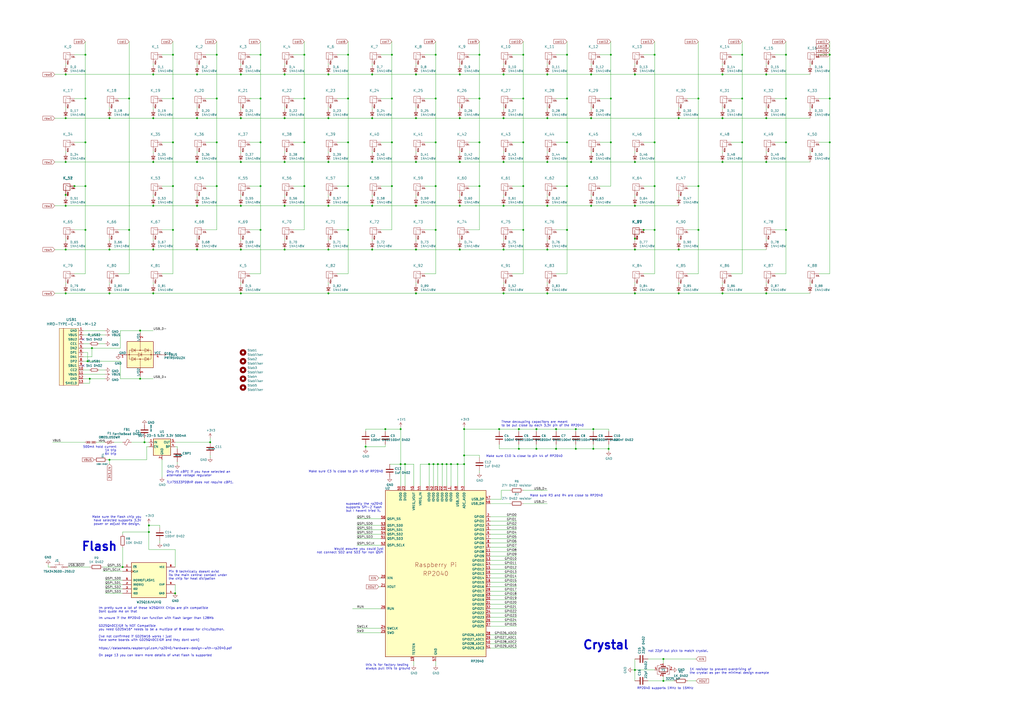
<source format=kicad_sch>
(kicad_sch (version 20211123) (generator eeschema)
  (paper "A2")
  (junction (at 139.7 68.58))
  (junction (at 303.53 31.75))
  (junction (at 151.13 107.95))
  (junction (at 344.17 248.92))
  (junction (at 368.3 170.18))
  (junction (at 83.82 256.54))
  (junction (at 354.33 82.55))
  (junction (at 379.73 31.75))
  (junction (at 88.9 170.18))
  (junction (at 328.93 31.75))
  (junction (at 419.1 68.58))
  (junction (at 317.5 93.98))
  (junction (at 328.93 107.95))
  (junction (at 342.9 119.38))
  (junction (at 114.3 43.18))
  (junction (at 165.1 144.78))
  (junction (at 368.3 93.98))
  (junction (at 419.1 93.98))
  (junction (at 215.9 144.78))
  (junction (at 322.58 260.35))
  (junction (at 289.56 248.92))
  (junction (at 317.5 144.78))
  (junction (at 269.24 269.24))
  (junction (at 88.9 144.78))
  (junction (at 342.9 43.18))
  (junction (at 241.3 43.18))
  (junction (at 114.3 68.58))
  (junction (at 234.95 269.24))
  (junction (at 455.93 57.15))
  (junction (at 334.01 260.35))
  (junction (at 190.5 68.58))
  (junction (at 455.93 31.75))
  (junction (at 292.1 43.18))
  (junction (at 252.73 133.35))
  (junction (at 328.93 133.35))
  (junction (at 53.34 201.93) (diameter 0.9144))
  (junction (at 74.93 57.15))
  (junction (at 292.1 170.18))
  (junction (at 430.53 57.15))
  (junction (at 368.3 144.78))
  (junction (at 38.1 170.18))
  (junction (at 139.7 170.18))
  (junction (at 251.46 269.24))
  (junction (at 38.1 119.38))
  (junction (at 384.81 394.97))
  (junction (at 419.1 170.18))
  (junction (at 151.13 31.75))
  (junction (at 86.36 304.8))
  (junction (at 317.5 170.18))
  (junction (at 373.38 133.35))
  (junction (at 311.15 248.92))
  (junction (at 139.7 93.98))
  (junction (at 481.33 82.55))
  (junction (at 241.3 170.18))
  (junction (at 269.24 248.92))
  (junction (at 63.5 144.78))
  (junction (at 278.13 107.95))
  (junction (at 278.13 31.75))
  (junction (at 303.53 107.95))
  (junction (at 265.43 269.24))
  (junction (at 269.24 264.16))
  (junction (at 344.17 260.35))
  (junction (at 254 269.24))
  (junction (at 241.3 144.78))
  (junction (at 248.92 269.24))
  (junction (at 227.33 82.55))
  (junction (at 215.9 93.98))
  (junction (at 266.7 144.78))
  (junction (at 278.13 82.55))
  (junction (at 241.3 119.38))
  (junction (at 86.36 308.61))
  (junction (at 256.54 269.24))
  (junction (at 303.53 57.15))
  (junction (at 139.7 119.38))
  (junction (at 317.5 68.58))
  (junction (at 125.73 107.95))
  (junction (at 300.99 248.92))
  (junction (at 241.3 68.58))
  (junction (at 259.08 269.24))
  (junction (at 342.9 68.58))
  (junction (at 266.7 68.58))
  (junction (at 201.93 82.55))
  (junction (at 252.73 57.15))
  (junction (at 379.73 107.95))
  (junction (at 151.13 82.55))
  (junction (at 334.01 248.92))
  (junction (at 114.3 144.78))
  (junction (at 368.3 388.62))
  (junction (at 379.73 82.55))
  (junction (at 303.53 82.55))
  (junction (at 63.5 170.18))
  (junction (at 252.73 107.95))
  (junction (at 292.1 93.98))
  (junction (at 114.3 93.98))
  (junction (at 201.93 31.75))
  (junction (at 393.7 170.18))
  (junction (at 201.93 57.15))
  (junction (at 405.13 107.95))
  (junction (at 455.93 133.35))
  (junction (at 232.41 269.24))
  (junction (at 125.73 31.75))
  (junction (at 261.62 269.24))
  (junction (at 38.1 144.78))
  (junction (at 38.1 68.58))
  (junction (at 292.1 119.38))
  (junction (at 354.33 57.15))
  (junction (at 88.9 93.98))
  (junction (at 125.73 82.55))
  (junction (at 101.6 344.17))
  (junction (at 49.53 133.35))
  (junction (at 292.1 144.78))
  (junction (at 165.1 68.58))
  (junction (at 71.12 328.93))
  (junction (at 190.5 93.98))
  (junction (at 368.3 138.43))
  (junction (at 266.7 43.18))
  (junction (at 165.1 119.38))
  (junction (at 379.73 133.35))
  (junction (at 368.3 43.18))
  (junction (at 215.9 119.38))
  (junction (at 303.53 133.35))
  (junction (at 227.33 107.95))
  (junction (at 322.58 248.92))
  (junction (at 430.53 82.55))
  (junction (at 49.53 57.15))
  (junction (at 190.5 170.18))
  (junction (at 212.09 259.08))
  (junction (at 353.06 260.35))
  (junction (at 481.33 57.15))
  (junction (at 49.53 82.55))
  (junction (at 252.73 82.55))
  (junction (at 215.9 68.58))
  (junction (at 368.3 119.38))
  (junction (at 100.33 57.15))
  (junction (at 151.13 133.35))
  (junction (at 215.9 43.18))
  (junction (at 317.5 43.18))
  (junction (at 328.93 82.55))
  (junction (at 100.33 31.75))
  (junction (at 190.5 43.18))
  (junction (at 139.7 144.78))
  (junction (at 393.7 68.58))
  (junction (at 176.53 82.55))
  (junction (at 50.8 209.55) (diameter 0.9144))
  (junction (at 63.5 266.7))
  (junction (at 444.5 68.58))
  (junction (at 444.5 93.98))
  (junction (at 190.5 144.78))
  (junction (at 227.33 57.15))
  (junction (at 311.15 260.35))
  (junction (at 63.5 68.58))
  (junction (at 176.53 107.95))
  (junction (at 100.33 133.35))
  (junction (at 278.13 57.15))
  (junction (at 201.93 133.35))
  (junction (at 74.93 133.35))
  (junction (at 328.93 57.15))
  (junction (at 300.99 260.35))
  (junction (at 43.18 107.95))
  (junction (at 49.53 31.75))
  (junction (at 52.07 219.71))
  (junction (at 430.53 31.75))
  (junction (at 151.13 57.15))
  (junction (at 38.1 113.03))
  (junction (at 88.9 43.18))
  (junction (at 114.3 119.38))
  (junction (at 266.7 119.38))
  (junction (at 139.7 43.18))
  (junction (at 201.93 107.95))
  (junction (at 444.5 43.18))
  (junction (at 266.7 93.98))
  (junction (at 444.5 170.18))
  (junction (at 38.1 93.98))
  (junction (at 232.41 248.92))
  (junction (at 241.3 93.98))
  (junction (at 354.33 31.75))
  (junction (at 49.53 107.95))
  (junction (at 292.1 68.58))
  (junction (at 223.52 248.92))
  (junction (at 176.53 57.15))
  (junction (at 342.9 93.98))
  (junction (at 190.5 119.38))
  (junction (at 100.33 107.95))
  (junction (at 419.1 43.18))
  (junction (at 176.53 31.75))
  (junction (at 121.92 256.54))
  (junction (at 455.93 82.55))
  (junction (at 405.13 57.15))
  (junction (at 227.33 31.75))
  (junction (at 384.81 382.27))
  (junction (at 165.1 43.18))
  (junction (at 481.33 31.75))
  (junction (at 38.1 43.18))
  (junction (at 252.73 31.75))
  (junction (at 81.28 191.77) (diameter 0.9144))
  (junction (at 125.73 57.15))
  (junction (at 100.33 82.55))
  (junction (at 393.7 144.78))
  (junction (at 165.1 93.98))
  (junction (at 88.9 119.38))
  (junction (at 405.13 133.35))
  (junction (at 81.28 219.71) (diameter 0.9144))
  (junction (at 317.5 119.38))
  (junction (at 88.9 68.58))
  (no_connect (at 48.26 196.85))
  (no_connect (at 48.26 212.09))
  (wire (pts (xy 241.3 93.98) (xy 266.7 93.98)))
  (wire (pts (xy 373.38 107.95) (xy 379.73 107.95)))
  (wire (pts (xy 455.93 31.75) (xy 455.93 57.15)))
  (wire (pts (xy 266.7 93.98) (xy 292.1 93.98)))
  (wire (pts (xy 201.93 24.13) (xy 201.93 31.75)))
  (wire (pts (xy 151.13 107.95) (xy 151.13 82.55)))
  (wire (pts (xy 328.93 107.95) (xy 328.93 82.55)))
  (wire (pts (xy 38.1 144.78) (xy 63.5 144.78)))
  (wire (pts (xy 114.3 138.43) (xy 114.3 139.7)))
  (wire (pts (xy 444.5 62.23) (xy 444.5 63.5)))
  (wire (pts (xy 220.98 340.36) (xy 219.71 340.36)))
  (wire (pts (xy 261.62 269.24) (xy 265.43 269.24)))
  (wire (pts (xy 240.03 281.94) (xy 240.03 269.24)))
  (wire (pts (xy 342.9 43.18) (xy 368.3 43.18)))
  (wire (pts (xy 212.09 257.81) (xy 212.09 259.08)))
  (wire (pts (xy 48.26 194.31) (xy 60.96 194.31)))
  (wire (pts (xy 278.13 31.75) (xy 278.13 57.15)))
  (wire (pts (xy 398.78 394.97) (xy 403.86 394.97)))
  (wire (pts (xy 74.93 158.75) (xy 74.93 133.35)))
  (wire (pts (xy 284.48 289.56) (xy 290.83 289.56)))
  (wire (pts (xy 59.69 331.47) (xy 71.12 331.47)))
  (wire (pts (xy 241.3 113.03) (xy 241.3 114.3)))
  (wire (pts (xy 63.5 266.7) (xy 85.09 266.7)))
  (wire (pts (xy 151.13 31.75) (xy 151.13 57.15)))
  (wire (pts (xy 190.5 62.23) (xy 190.5 63.5)))
  (wire (pts (xy 53.34 201.93) (xy 69.85 201.93)))
  (wire (pts (xy 69.85 191.77) (xy 81.28 191.77)))
  (wire (pts (xy 69.85 201.93) (xy 69.85 191.77)))
  (wire (pts (xy 81.28 191.77) (xy 88.9 191.77)))
  (wire (pts (xy 241.3 68.58) (xy 266.7 68.58)))
  (wire (pts (xy 207.01 312.42) (xy 220.98 312.42)))
  (wire (pts (xy 317.5 87.63) (xy 317.5 88.9)))
  (wire (pts (xy 125.73 107.95) (xy 125.73 82.55)))
  (wire (pts (xy 144.78 133.35) (xy 151.13 133.35)))
  (wire (pts (xy 398.78 107.95) (xy 405.13 107.95)))
  (wire (pts (xy 100.33 107.95) (xy 100.33 82.55)))
  (wire (pts (xy 278.13 265.43) (xy 278.13 264.16)))
  (wire (pts (xy 63.5 144.78) (xy 88.9 144.78)))
  (wire (pts (xy 252.73 24.13) (xy 252.73 31.75)))
  (wire (pts (xy 125.73 82.55) (xy 125.73 57.15)))
  (wire (pts (xy 66.04 256.54) (xy 71.12 256.54)))
  (wire (pts (xy 212.09 259.08) (xy 212.09 260.35)))
  (wire (pts (xy 93.98 82.55) (xy 100.33 82.55)))
  (wire (pts (xy 232.41 269.24) (xy 226.06 269.24)))
  (wire (pts (xy 43.18 133.35) (xy 49.53 133.35)))
  (wire (pts (xy 303.53 107.95) (xy 303.53 133.35)))
  (wire (pts (xy 322.58 31.75) (xy 328.93 31.75)))
  (wire (pts (xy 353.06 248.92) (xy 353.06 250.19)))
  (wire (pts (xy 246.38 82.55) (xy 252.73 82.55)))
  (wire (pts (xy 368.3 119.38) (xy 393.7 119.38)))
  (wire (pts (xy 405.13 133.35) (xy 405.13 107.95)))
  (wire (pts (xy 81.28 218.44) (xy 81.28 219.71)))
  (wire (pts (xy 48.26 219.71) (xy 52.07 219.71)))
  (wire (pts (xy 419.1 87.63) (xy 419.1 88.9)))
  (wire (pts (xy 201.93 107.95) (xy 201.93 82.55)))
  (wire (pts (xy 368.3 113.03) (xy 368.3 114.3)))
  (wire (pts (xy 215.9 68.58) (xy 241.3 68.58)))
  (wire (pts (xy 424.18 158.75) (xy 430.53 158.75)))
  (wire (pts (xy 114.3 68.58) (xy 139.7 68.58)))
  (wire (pts (xy 190.5 163.83) (xy 190.5 165.1)))
  (wire (pts (xy 165.1 43.18) (xy 190.5 43.18)))
  (wire (pts (xy 278.13 24.13) (xy 278.13 31.75)))
  (wire (pts (xy 92.71 306.07) (xy 92.71 304.8)))
  (wire (pts (xy 100.33 24.13) (xy 100.33 31.75)))
  (wire (pts (xy 347.98 57.15) (xy 354.33 57.15)))
  (wire (pts (xy 201.93 158.75) (xy 201.93 133.35)))
  (wire (pts (xy 322.58 250.19) (xy 322.58 248.92)))
  (wire (pts (xy 271.78 82.55) (xy 278.13 82.55)))
  (wire (pts (xy 71.12 336.55) (xy 60.96 336.55)))
  (wire (pts (xy 292.1 113.03) (xy 292.1 114.3)))
  (wire (pts (xy 278.13 273.05) (xy 278.13 274.32)))
  (wire (pts (xy 449.58 31.75) (xy 455.93 31.75)))
  (wire (pts (xy 85.09 259.08) (xy 85.09 266.7)))
  (wire (pts (xy 393.7 144.78) (xy 444.5 144.78)))
  (wire (pts (xy 284.48 322.58) (xy 299.72 322.58)))
  (wire (pts (xy 59.69 328.93) (xy 71.12 328.93)))
  (wire (pts (xy 246.38 57.15) (xy 252.73 57.15)))
  (wire (pts (xy 88.9 144.78) (xy 114.3 144.78)))
  (wire (pts (xy 284.48 317.5) (xy 299.72 317.5)))
  (wire (pts (xy 444.5 36.83) (xy 444.5 38.1)))
  (wire (pts (xy 354.33 31.75) (xy 354.33 57.15)))
  (wire (pts (xy 393.7 68.58) (xy 419.1 68.58)))
  (wire (pts (xy 88.9 163.83) (xy 88.9 165.1)))
  (wire (pts (xy 284.48 332.74) (xy 299.72 332.74)))
  (wire (pts (xy 223.52 250.19) (xy 223.52 248.92)))
  (wire (pts (xy 76.2 256.54) (xy 83.82 256.54)))
  (wire (pts (xy 248.92 281.94) (xy 248.92 269.24)))
  (wire (pts (xy 317.5 163.83) (xy 317.5 165.1)))
  (wire (pts (xy 474.98 31.75) (xy 481.33 31.75)))
  (wire (pts (xy 220.98 107.95) (xy 227.33 107.95)))
  (wire (pts (xy 347.98 82.55) (xy 354.33 82.55)))
  (wire (pts (xy 139.7 36.83) (xy 139.7 38.1)))
  (wire (pts (xy 114.3 36.83) (xy 114.3 38.1)))
  (wire (pts (xy 269.24 264.16) (xy 278.13 264.16)))
  (wire (pts (xy 353.06 257.81) (xy 353.06 260.35)))
  (wire (pts (xy 266.7 62.23) (xy 266.7 63.5)))
  (wire (pts (xy 63.5 68.58) (xy 88.9 68.58)))
  (wire (pts (xy 151.13 24.13) (xy 151.13 31.75)))
  (wire (pts (xy 368.3 93.98) (xy 419.1 93.98)))
  (wire (pts (xy 271.78 133.35) (xy 278.13 133.35)))
  (wire (pts (xy 232.41 247.65) (xy 232.41 248.92)))
  (wire (pts (xy 81.28 191.77) (xy 81.28 193.04)))
  (wire (pts (xy 232.41 248.92) (xy 232.41 269.24)))
  (wire (pts (xy 284.48 335.28) (xy 299.72 335.28)))
  (wire (pts (xy 92.71 313.69) (xy 92.71 314.96)))
  (wire (pts (xy 289.56 250.19) (xy 289.56 248.92)))
  (wire (pts (xy 317.5 113.03) (xy 317.5 114.3)))
  (wire (pts (xy 481.33 24.13) (xy 481.33 31.75)))
  (wire (pts (xy 297.18 57.15) (xy 303.53 57.15)))
  (wire (pts (xy 444.5 170.18) (xy 469.9 170.18)))
  (wire (pts (xy 48.26 191.77) (xy 60.96 191.77)))
  (wire (pts (xy 88.9 93.98) (xy 114.3 93.98)))
  (wire (pts (xy 38.1 43.18) (xy 88.9 43.18)))
  (wire (pts (xy 368.3 138.43) (xy 368.3 139.7)))
  (wire (pts (xy 455.93 158.75) (xy 455.93 133.35)))
  (wire (pts (xy 384.81 394.97) (xy 375.92 394.97)))
  (wire (pts (xy 290.83 284.48) (xy 295.91 284.48)))
  (wire (pts (xy 49.53 24.13) (xy 49.53 31.75)))
  (wire (pts (xy 252.73 107.95) (xy 252.73 82.55)))
  (wire (pts (xy 144.78 82.55) (xy 151.13 82.55)))
  (wire (pts (xy 256.54 281.94) (xy 256.54 269.24)))
  (wire (pts (xy 430.53 24.13) (xy 430.53 31.75)))
  (wire (pts (xy 284.48 340.36) (xy 299.72 340.36)))
  (wire (pts (xy 100.33 82.55) (xy 100.33 57.15)))
  (wire (pts (xy 48.26 222.25) (xy 52.07 222.25)))
  (wire (pts (xy 165.1 113.03) (xy 165.1 114.3)))
  (wire (pts (xy 176.53 82.55) (xy 176.53 57.15)))
  (wire (pts (xy 252.73 158.75) (xy 252.73 133.35)))
  (wire (pts (xy 139.7 119.38) (xy 165.1 119.38)))
  (wire (pts (xy 419.1 43.18) (xy 444.5 43.18)))
  (wire (pts (xy 271.78 57.15) (xy 278.13 57.15)))
  (wire (pts (xy 151.13 158.75) (xy 151.13 133.35)))
  (wire (pts (xy 317.5 170.18) (xy 368.3 170.18)))
  (wire (pts (xy 322.58 133.35) (xy 328.93 133.35)))
  (wire (pts (xy 215.9 113.03) (xy 215.9 114.3)))
  (wire (pts (xy 474.98 57.15) (xy 481.33 57.15)))
  (wire (pts (xy 119.38 57.15) (xy 125.73 57.15)))
  (wire (pts (xy 424.18 31.75) (xy 430.53 31.75)))
  (wire (pts (xy 114.3 43.18) (xy 139.7 43.18)))
  (wire (pts (xy 220.98 364.49) (xy 207.01 364.49)))
  (wire (pts (xy 190.5 87.63) (xy 190.5 88.9)))
  (wire (pts (xy 241.3 119.38) (xy 266.7 119.38)))
  (wire (pts (xy 368.3 388.62) (xy 367.03 388.62)))
  (wire (pts (xy 469.9 163.83) (xy 469.9 165.1)))
  (wire (pts (xy 266.7 144.78) (xy 292.1 144.78)))
  (wire (pts (xy 88.9 43.18) (xy 114.3 43.18)))
  (wire (pts (xy 31.75 43.18) (xy 38.1 43.18)))
  (wire (pts (xy 289.56 257.81) (xy 289.56 260.35)))
  (wire (pts (xy 207.01 307.34) (xy 220.98 307.34)))
  (wire (pts (xy 121.92 254) (xy 121.92 256.54)))
  (wire (pts (xy 481.33 31.75) (xy 481.33 57.15)))
  (wire (pts (xy 223.52 259.08) (xy 223.52 257.81)))
  (wire (pts (xy 114.3 62.23) (xy 114.3 63.5)))
  (wire (pts (xy 176.53 24.13) (xy 176.53 31.75)))
  (wire (pts (xy 419.1 36.83) (xy 419.1 38.1)))
  (wire (pts (xy 139.7 43.18) (xy 165.1 43.18)))
  (wire (pts (xy 195.58 82.55) (xy 201.93 82.55)))
  (wire (pts (xy 241.3 36.83) (xy 241.3 38.1)))
  (wire (pts (xy 266.7 36.83) (xy 266.7 38.1)))
  (wire (pts (xy 284.48 355.6) (xy 299.72 355.6)))
  (wire (pts (xy 52.07 219.71) (xy 60.96 219.71)))
  (wire (pts (xy 48.26 214.63) (xy 52.07 214.63)))
  (wire (pts (xy 57.15 214.63) (xy 60.96 214.63)))
  (wire (pts (xy 119.38 82.55) (xy 125.73 82.55)))
  (wire (pts (xy 220.98 367.03) (xy 207.01 367.03)))
  (wire (pts (xy 227.33 82.55) (xy 227.33 57.15)))
  (wire (pts (xy 31.75 170.18) (xy 38.1 170.18)))
  (wire (pts (xy 246.38 133.35) (xy 252.73 133.35)))
  (wire (pts (xy 469.9 36.83) (xy 469.9 38.1)))
  (wire (pts (xy 241.3 62.23) (xy 241.3 63.5)))
  (wire (pts (xy 83.82 254) (xy 83.82 256.54)))
  (wire (pts (xy 63.5 62.23) (xy 63.5 63.5)))
  (wire (pts (xy 317.5 119.38) (xy 342.9 119.38)))
  (wire (pts (xy 419.1 170.18) (xy 444.5 170.18)))
  (wire (pts (xy 165.1 62.23) (xy 165.1 63.5)))
  (wire (pts (xy 368.3 170.18) (xy 393.7 170.18)))
  (wire (pts (xy 354.33 82.55) (xy 354.33 57.15)))
  (wire (pts (xy 52.07 222.25) (xy 52.07 219.71)))
  (wire (pts (xy 86.36 308.61) (xy 86.36 318.77)))
  (wire (pts (xy 38.1 68.58) (xy 63.5 68.58)))
  (wire (pts (xy 121.92 264.16) (xy 121.92 265.43)))
  (wire (pts (xy 391.16 394.97) (xy 384.81 394.97)))
  (wire (pts (xy 266.7 138.43) (xy 266.7 139.7)))
  (wire (pts (xy 481.33 158.75) (xy 481.33 82.55)))
  (wire (pts (xy 246.38 107.95) (xy 252.73 107.95)))
  (wire (pts (xy 419.1 68.58) (xy 444.5 68.58)))
  (wire (pts (xy 165.1 119.38) (xy 190.5 119.38)))
  (wire (pts (xy 266.7 113.03) (xy 266.7 114.3)))
  (wire (pts (xy 215.9 144.78) (xy 241.3 144.78)))
  (wire (pts (xy 101.6 344.17) (xy 101.6 339.09)))
  (wire (pts (xy 284.48 330.2) (xy 299.72 330.2)))
  (wire (pts (xy 215.9 43.18) (xy 241.3 43.18)))
  (wire (pts (xy 292.1 138.43) (xy 292.1 139.7)))
  (wire (pts (xy 297.18 133.35) (xy 303.53 133.35)))
  (wire (pts (xy 30.48 256.54) (xy 49.53 256.54)))
  (wire (pts (xy 49.53 133.35) (xy 49.53 107.95)))
  (wire (pts (xy 322.58 158.75) (xy 328.93 158.75)))
  (wire (pts (xy 74.93 24.13) (xy 74.93 57.15)))
  (wire (pts (xy 328.93 31.75) (xy 328.93 57.15)))
  (wire (pts (xy 227.33 133.35) (xy 227.33 107.95)))
  (wire (pts (xy 284.48 304.8) (xy 299.72 304.8)))
  (wire (pts (xy 190.5 43.18) (xy 215.9 43.18)))
  (wire (pts (xy 292.1 62.23) (xy 292.1 63.5)))
  (wire (pts (xy 68.58 57.15) (xy 74.93 57.15)))
  (wire (pts (xy 259.08 269.24) (xy 261.62 269.24)))
  (wire (pts (xy 317.5 43.18) (xy 342.9 43.18)))
  (wire (pts (xy 63.5 266.7) (xy 63.5 269.24)))
  (wire (pts (xy 375.92 382.27) (xy 384.81 382.27)))
  (wire (pts (xy 368.3 36.83) (xy 368.3 38.1)))
  (wire (pts (xy 31.75 68.58) (xy 38.1 68.58)))
  (wire (pts (xy 86.36 318.77) (xy 101.6 318.77)))
  (wire (pts (xy 93.98 31.75) (xy 100.33 31.75)))
  (wire (pts (xy 63.5 138.43) (xy 63.5 139.7)))
  (wire (pts (xy 100.33 158.75) (xy 100.33 133.35)))
  (wire (pts (xy 284.48 302.26) (xy 299.72 302.26)))
  (wire (pts (xy 474.98 82.55) (xy 481.33 82.55)))
  (wire (pts (xy 86.36 303.53) (xy 86.36 304.8)))
  (wire (pts (xy 322.58 260.35) (xy 311.15 260.35)))
  (wire (pts (xy 405.13 107.95) (xy 405.13 57.15)))
  (wire (pts (xy 322.58 82.55) (xy 328.93 82.55)))
  (wire (pts (xy 379.73 107.95) (xy 379.73 82.55)))
  (wire (pts (xy 227.33 24.13) (xy 227.33 31.75)))
  (wire (pts (xy 246.38 31.75) (xy 252.73 31.75)))
  (wire (pts (xy 48.26 217.17) (xy 60.96 217.17)))
  (wire (pts (xy 170.18 82.55) (xy 176.53 82.55)))
  (wire (pts (xy 347.98 31.75) (xy 354.33 31.75)))
  (wire (pts (xy 190.5 119.38) (xy 215.9 119.38)))
  (wire (pts (xy 284.48 347.98) (xy 299.72 347.98)))
  (wire (pts (xy 88.9 87.63) (xy 88.9 88.9)))
  (wire (pts (xy 347.98 107.95) (xy 354.33 107.95)))
  (wire (pts (xy 190.5 138.43) (xy 190.5 139.7)))
  (wire (pts (xy 93.98 158.75) (xy 100.33 158.75)))
  (wire (pts (xy 284.48 325.12) (xy 299.72 325.12)))
  (wire (pts (xy 284.48 292.1) (xy 295.91 292.1)))
  (wire (pts (xy 311.15 257.81) (xy 311.15 260.35)))
  (wire (pts (xy 444.5 93.98) (xy 469.9 93.98)))
  (wire (pts (xy 303.53 133.35) (xy 303.53 158.75)))
  (wire (pts (xy 342.9 87.63) (xy 342.9 88.9)))
  (wire (pts (xy 93.98 133.35) (xy 100.33 133.35)))
  (wire (pts (xy 139.7 113.03) (xy 139.7 114.3)))
  (wire (pts (xy 215.9 93.98) (xy 241.3 93.98)))
  (wire (pts (xy 405.13 24.13) (xy 405.13 57.15)))
  (wire (pts (xy 114.3 87.63) (xy 114.3 88.9)))
  (wire (pts (xy 220.98 31.75) (xy 227.33 31.75)))
  (wire (pts (xy 269.24 264.16) (xy 269.24 269.24)))
  (wire (pts (xy 300.99 248.92) (xy 311.15 248.92)))
  (wire (pts (xy 342.9 36.83) (xy 342.9 38.1)))
  (wire (pts (xy 261.62 269.24) (xy 261.62 281.94)))
  (wire (pts (xy 195.58 107.95) (xy 201.93 107.95)))
  (wire (pts (xy 384.81 384.81) (xy 384.81 382.27)))
  (wire (pts (xy 292.1 43.18) (xy 317.5 43.18)))
  (wire (pts (xy 254 269.24) (xy 256.54 269.24)))
  (wire (pts (xy 60.96 339.09) (xy 71.12 339.09)))
  (wire (pts (xy 252.73 383.54) (xy 252.73 386.08)))
  (wire (pts (xy 215.9 62.23) (xy 215.9 63.5)))
  (wire (pts (xy 419.1 93.98) (xy 444.5 93.98)))
  (wire (pts (xy 204.47 353.06) (xy 220.98 353.06)))
  (wire (pts (xy 165.1 68.58) (xy 190.5 68.58)))
  (wire (pts (xy 393.7 113.03) (xy 393.7 114.3)))
  (wire (pts (xy 284.48 370.84) (xy 299.72 370.84)))
  (wire (pts (xy 38.1 170.18) (xy 63.5 170.18)))
  (wire (pts (xy 212.09 248.92) (xy 223.52 248.92)))
  (wire (pts (xy 195.58 158.75) (xy 201.93 158.75)))
  (wire (pts (xy 68.58 158.75) (xy 74.93 158.75)))
  (wire (pts (xy 368.3 87.63) (xy 368.3 88.9)))
  (wire (pts (xy 38.1 138.43) (xy 38.1 139.7)))
  (wire (pts (xy 252.73 82.55) (xy 252.73 57.15)))
  (wire (pts (xy 455.93 24.13) (xy 455.93 31.75)))
  (wire (pts (xy 292.1 93.98) (xy 317.5 93.98)))
  (wire (pts (xy 444.5 163.83) (xy 444.5 165.1)))
  (wire (pts (xy 353.06 261.62) (xy 353.06 260.35)))
  (wire (pts (xy 241.3 144.78) (xy 266.7 144.78)))
  (wire (pts (xy 284.48 327.66) (xy 299.72 327.66)))
  (wire (pts (xy 201.93 31.75) (xy 201.93 57.15)))
  (wire (pts (xy 241.3 43.18) (xy 266.7 43.18)))
  (wire (pts (xy 93.98 266.7) (xy 93.98 276.86)))
  (wire (pts (xy 190.5 170.18) (xy 241.3 170.18)))
  (wire (pts (xy 88.9 119.38) (xy 114.3 119.38)))
  (wire (pts (xy 220.98 57.15) (xy 227.33 57.15)))
  (wire (pts (xy 300.99 250.19) (xy 300.99 248.92)))
  (wire (pts (xy 93.98 107.95) (xy 100.33 107.95)))
  (wire (pts (xy 317.5 36.83) (xy 317.5 38.1)))
  (wire (pts (xy 328.93 24.13) (xy 328.93 31.75)))
  (wire (pts (xy 220.98 300.99) (xy 207.01 300.99)))
  (wire (pts (xy 165.1 36.83) (xy 165.1 38.1)))
  (wire (pts (xy 144.78 31.75) (xy 151.13 31.75)))
  (wire (pts (xy 424.18 57.15) (xy 430.53 57.15)))
  (wire (pts (xy 317.5 62.23) (xy 317.5 63.5)))
  (wire (pts (xy 63.5 170.18) (xy 88.9 170.18)))
  (wire (pts (xy 259.08 281.94) (xy 259.08 269.24)))
  (wire (pts (xy 114.3 93.98) (xy 139.7 93.98)))
  (wire (pts (xy 266.7 43.18) (xy 292.1 43.18)))
  (wire (pts (xy 449.58 158.75) (xy 455.93 158.75)))
  (wire (pts (xy 368.3 388.62) (xy 379.73 388.62)))
  (wire (pts (xy 265.43 281.94) (xy 265.43 269.24)))
  (wire (pts (xy 368.3 394.97) (xy 368.3 388.62)))
  (wire (pts (xy 398.78 57.15) (xy 405.13 57.15)))
  (wire (pts (xy 139.7 93.98) (xy 165.1 93.98)))
  (wire (pts (xy 165.1 144.78) (xy 190.5 144.78)))
  (wire (pts (xy 284.48 307.34) (xy 299.72 307.34)))
  (wire (pts (xy 430.53 31.75) (xy 430.53 57.15)))
  (wire (pts (xy 100.33 133.35) (xy 100.33 107.95)))
  (wire (pts (xy 170.18 57.15) (xy 176.53 57.15)))
  (wire (pts (xy 292.1 144.78) (xy 317.5 144.78)))
  (wire (pts (xy 284.48 350.52) (xy 299.72 350.52)))
  (wire (pts (xy 38.1 87.63) (xy 38.1 88.9)))
  (wire (pts (xy 195.58 133.35) (xy 201.93 133.35)))
  (wire (pts (xy 195.58 57.15) (xy 201.93 57.15)))
  (wire (pts (xy 38.1 62.23) (xy 38.1 63.5)))
  (wire (pts (xy 297.18 82.55) (xy 303.53 82.55)))
  (wire (pts (xy 71.12 317.5) (xy 71.12 328.93)))
  (wire (pts (xy 430.53 158.75) (xy 430.53 82.55)))
  (wire (pts (xy 119.38 133.35) (xy 125.73 133.35)))
  (wire (pts (xy 48.26 199.39) (xy 52.07 199.39)))
  (wire (pts (xy 57.15 199.39) (xy 60.96 199.39)))
  (wire (pts (xy 368.3 144.78) (xy 393.7 144.78)))
  (wire (pts (xy 55.88 256.54) (xy 60.96 256.54)))
  (wire (pts (xy 398.78 133.35) (xy 405.13 133.35)))
  (wire (pts (xy 165.1 138.43) (xy 165.1 139.7)))
  (wire (pts (xy 220.98 82.55) (xy 227.33 82.55)))
  (wire (pts (xy 398.78 158.75) (xy 405.13 158.75)))
  (wire (pts (xy 334.01 260.35) (xy 322.58 260.35)))
  (wire (pts (xy 246.38 158.75) (xy 252.73 158.75)))
  (wire (pts (xy 68.58 133.35) (xy 74.93 133.35)))
  (wire (pts (xy 234.95 281.94) (xy 234.95 269.24)))
  (wire (pts (xy 393.7 138.43) (xy 393.7 139.7)))
  (wire (pts (xy 176.53 107.95) (xy 176.53 82.55)))
  (wire (pts (xy 241.3 163.83) (xy 241.3 165.1)))
  (wire (pts (xy 419.1 62.23) (xy 419.1 63.5)))
  (wire (pts (xy 368.3 388.62) (xy 368.3 382.27)))
  (wire (pts (xy 62.23 266.7) (xy 63.5 266.7)))
  (wire (pts (xy 101.6 328.93) (xy 101.6 318.77)))
  (wire (pts (xy 102.87 260.35) (xy 102.87 259.08)))
  (wire (pts (xy 284.48 345.44) (xy 299.72 345.44)))
  (wire (pts (xy 303.53 284.48) (xy 317.5 284.48)))
  (wire (pts (xy 373.38 158.75) (xy 379.73 158.75)))
  (wire (pts (xy 303.53 107.95) (xy 303.53 82.55)))
  (wire (pts (xy 83.82 256.54) (xy 86.36 256.54)))
  (wire (pts (xy 151.13 133.35) (xy 151.13 107.95)))
  (wire (pts (xy 317.5 144.78) (xy 368.3 144.78)))
  (wire (pts (xy 342.9 62.23) (xy 342.9 63.5)))
  (wire (pts (xy 344.17 257.81) (xy 344.17 260.35)))
  (wire (pts (xy 393.7 170.18) (xy 419.1 170.18)))
  (wire (pts (xy 289.56 248.92) (xy 300.99 248.92)))
  (wire (pts (xy 284.48 312.42) (xy 299.72 312.42)))
  (wire (pts (xy 43.18 107.95) (xy 49.53 107.95)))
  (wire (pts (xy 139.7 62.23) (xy 139.7 63.5)))
  (wire (pts (xy 71.12 308.61) (xy 86.36 308.61)))
  (wire (pts (xy 334.01 257.81) (xy 334.01 260.35)))
  (wire (pts (xy 373.38 31.75) (xy 379.73 31.75)))
  (wire (pts (xy 284.48 353.06) (xy 299.72 353.06)))
  (wire (pts (xy 176.53 133.35) (xy 176.53 107.95)))
  (wire (pts (xy 474.98 158.75) (xy 481.33 158.75)))
  (wire (pts (xy 354.33 107.95) (xy 354.33 82.55)))
  (wire (pts (xy 234.95 269.24) (xy 232.41 269.24)))
  (wire (pts (xy 220.98 316.23) (xy 207.01 316.23)))
  (wire (pts (xy 424.18 82.55) (xy 430.53 82.55)))
  (wire (pts (xy 328.93 158.75) (xy 328.93 133.35)))
  (wire (pts (xy 92.71 304.8) (xy 86.36 304.8)))
  (wire (pts (xy 71.12 344.17) (xy 60.96 344.17)))
  (wire (pts (xy 379.73 158.75) (xy 379.73 133.35)))
  (wire (pts (xy 38.1 36.83) (xy 38.1 38.1)))
  (wire (pts (xy 31.75 119.38) (xy 38.1 119.38)))
  (wire (pts (xy 379.73 133.35) (xy 379.73 107.95)))
  (wire (pts (xy 170.18 107.95) (xy 176.53 107.95)))
  (wire (pts (xy 344.17 248.92) (xy 353.06 248.92)))
  (wire (pts (xy 300.99 260.35) (xy 311.15 260.35)))
  (wire (pts (xy 139.7 87.63) (xy 139.7 88.9)))
  (wire (pts (xy 190.5 36.83) (xy 190.5 38.1)))
  (wire (pts (xy 125.73 31.75) (xy 125.73 57.15)))
  (wire (pts (xy 50.8 209.55) (xy 69.85 209.55)))
  (wire (pts (xy 69.85 209.55) (xy 69.85 219.71)))
  (wire (pts (xy 69.85 219.71) (xy 81.28 219.71)))
  (wire (pts (xy 81.28 219.71) (xy 88.9 219.71)))
  (wire (pts (xy 151.13 82.55) (xy 151.13 57.15)))
  (wire (pts (xy 190.5 113.03) (xy 190.5 114.3)))
  (wire (pts (xy 393.7 163.83) (xy 393.7 165.1)))
  (wire (pts (xy 49.53 82.55) (xy 49.53 57.15)))
  (wire (pts (xy 317.5 93.98) (xy 342.9 93.98)))
  (wire (pts (xy 29.21 328.93) (xy 27.94 328.93)))
  (wire (pts (xy 269.24 248.92) (xy 289.56 248.92)))
  (wire (pts (xy 292.1 68.58) (xy 317.5 68.58)))
  (wire (pts (xy 31.75 93.98) (xy 38.1 93.98)))
  (wire (pts (xy 88.9 68.58) (xy 114.3 68.58)))
  (wire (pts (xy 252.73 133.35) (xy 252.73 107.95)))
  (wire (pts (xy 71.12 341.63) (xy 60.96 341.63)))
  (wire (pts (xy 444.5 138.43) (xy 444.5 139.7)))
  (wire (pts (xy 455.93 133.35) (xy 455.93 82.55)))
  (wire (pts (xy 38.1 93.98) (xy 88.9 93.98)))
  (wire (pts (xy 373.38 133.35) (xy 379.73 133.35)))
  (wire (pts (xy 342.9 93.98) (xy 368.3 93.98)))
  (wire (pts (xy 444.5 87.63) (xy 444.5 88.9)))
  (wire (pts (xy 284.48 309.88) (xy 299.72 309.88)))
  (wire (pts (xy 328.93 82.55) (xy 328.93 57.15)))
  (wire (pts (xy 322.58 57.15) (xy 328.93 57.15)))
  (wire (pts (xy 52.07 328.93) (xy 39.37 328.93)))
  (wire (pts (xy 139.7 170.18) (xy 190.5 170.18)))
  (wire (pts (xy 119.38 31.75) (xy 125.73 31.75)))
  (wire (pts (xy 243.84 269.24) (xy 248.92 269.24)))
  (wire (pts (xy 481.33 82.55) (xy 481.33 57.15)))
  (wire (pts (xy 88.9 138.43) (xy 88.9 139.7)))
  (wire (pts (xy 88.9 62.23) (xy 88.9 63.5)))
  (wire (pts (xy 266.7 119.38) (xy 292.1 119.38)))
  (wire (pts (xy 266.7 87.63) (xy 266.7 88.9)))
  (wire (pts (xy 241.3 170.18) (xy 292.1 170.18)))
  (wire (pts (xy 284.48 375.92) (xy 299.72 375.92)))
  (wire (pts (xy 74.93 133.35) (xy 74.93 57.15)))
  (wire (pts (xy 254 281.94) (xy 254 269.24)))
  (wire (pts (xy 43.18 82.55) (xy 49.53 82.55)))
  (wire (pts (xy 227.33 107.95) (xy 227.33 82.55)))
  (wire (pts (xy 292.1 170.18) (xy 317.5 170.18)))
  (wire (pts (xy 449.58 82.55) (xy 455.93 82.55)))
  (wire (pts (xy 49.53 158.75) (xy 49.53 133.35)))
  (wire (pts (xy 240.03 269.24) (xy 234.95 269.24)))
  (wire (pts (xy 292.1 36.83) (xy 292.1 38.1)))
  (wire (pts (xy 334.01 248.92) (xy 344.17 248.92)))
  (wire (pts (xy 170.18 133.35) (xy 176.53 133.35)))
  (wire (pts (xy 88.9 36.83) (xy 88.9 38.1)))
  (wire (pts (xy 322.58 248.92) (xy 334.01 248.92)))
  (wire (pts (xy 88.9 170.18) (xy 139.7 170.18)))
  (wire (pts (xy 284.48 368.3) (xy 299.72 368.3)))
  (wire (pts (xy 368.3 43.18) (xy 419.1 43.18)))
  (wire (pts (xy 303.53 292.1) (xy 317.5 292.1)))
  (wire (pts (xy 144.78 107.95) (xy 151.13 107.95)))
  (wire (pts (xy 190.5 144.78) (xy 215.9 144.78)))
  (wire (pts (xy 344.17 248.92) (xy 344.17 250.19)))
  (wire (pts (xy 284.48 373.38) (xy 299.72 373.38)))
  (wire (pts (xy 300.99 260.35) (xy 300.99 257.81)))
  (wire (pts (xy 201.93 133.35) (xy 201.93 107.95)))
  (wire (pts (xy 243.84 281.94) (xy 243.84 269.24)))
  (wire (pts (xy 297.18 107.95) (xy 303.53 107.95)))
  (wire (pts (xy 139.7 163.83) (xy 139.7 165.1)))
  (wire (pts (xy 256.54 269.24) (xy 259.08 269.24)))
  (wire (pts (xy 405.13 158.75) (xy 405.13 133.35)))
  (wire (pts (xy 86.36 304.8) (xy 86.36 308.61)))
  (wire (pts (xy 139.7 68.58) (xy 165.1 68.58)))
  (wire (pts (xy 379.73 24.13) (xy 379.73 31.75)))
  (wire (pts (xy 71.12 309.88) (xy 71.12 308.61)))
  (wire (pts (xy 379.73 31.75) (xy 379.73 82.55)))
  (wire (pts (xy 322.58 107.95) (xy 328.93 107.95)))
  (wire (pts (xy 139.7 144.78) (xy 165.1 144.78)))
  (wire (pts (xy 303.53 82.55) (xy 303.53 57.15)))
  (wire (pts (xy 317.5 138.43) (xy 317.5 139.7)))
  (wire (pts (xy 289.56 260.35) (xy 300.99 260.35)))
  (wire (pts (xy 266.7 68.58) (xy 292.1 68.58)))
  (wire (pts (xy 241.3 138.43) (xy 241.3 139.7)))
  (wire (pts (xy 139.7 138.43) (xy 139.7 139.7)))
  (wire (pts (xy 444.5 68.58) (xy 469.9 68.58)))
  (wire (pts (xy 220.98 133.35) (xy 227.33 133.35)))
  (wire (pts (xy 207.01 304.8) (xy 220.98 304.8)))
  (wire (pts (xy 284.48 360.68) (xy 299.72 360.68)))
  (wire (pts (xy 144.78 158.75) (xy 151.13 158.75)))
  (wire (pts (xy 449.58 57.15) (xy 455.93 57.15)))
  (wire (pts (xy 219.71 335.28) (xy 220.98 335.28)))
  (wire (pts (xy 176.53 31.75) (xy 176.53 57.15)))
  (wire (pts (xy 284.48 342.9) (xy 299.72 342.9)))
  (wire (pts (xy 102.87 259.08) (xy 101.6 259.08)))
  (wire (pts (xy 100.33 31.75) (xy 100.33 57.15)))
  (wire (pts (xy 449.58 133.35) (xy 455.93 133.35)))
  (wire (pts (xy 269.24 269.24) (xy 269.24 281.94)))
  (wire (pts (xy 284.48 363.22) (xy 299.72 363.22)))
  (wire (pts (xy 212.09 259.08) (xy 223.52 259.08)))
  (wire (pts (xy 195.58 31.75) (xy 201.93 31.75)))
  (wire (pts (xy 469.9 62.23) (xy 469.9 63.5)))
  (wire (pts (xy 334.01 250.19) (xy 334.01 248.92)))
  (wire (pts (xy 271.78 31.75) (xy 278.13 31.75)))
  (wire (pts (xy 38.1 113.03) (xy 38.1 114.3)))
  (wire (pts (xy 269.24 248.92) (xy 269.24 264.16)))
  (wire (pts (xy 88.9 113.03) (xy 88.9 114.3)))
  (wire (pts (xy 125.73 24.13) (xy 125.73 31.75)))
  (wire (pts (xy 38.1 119.38) (xy 88.9 119.38)))
  (wire (pts (xy 284.48 337.82) (xy 299.72 337.82)))
  (wire (pts (xy 317.5 68.58) (xy 342.9 68.58)))
  (wire (pts (xy 344.17 260.35) (xy 334.01 260.35)))
  (wire (pts (xy 241.3 87.63) (xy 241.3 88.9)))
  (wire (pts (xy 269.24 247.65) (xy 269.24 248.92)))
  (wire (pts (xy 284.48 358.14) (xy 299.72 358.14)))
  (wire (pts (xy 232.41 269.24) (xy 232.41 281.94)))
  (wire (pts (xy 278.13 133.35) (xy 278.13 107.95)))
  (wire (pts (xy 49.53 31.75) (xy 49.53 57.15)))
  (wire (pts (xy 292.1 87.63) (xy 292.1 88.9)))
  (wire (pts (xy 368.3 163.83) (xy 368.3 165.1)))
  (wire (pts (xy 384.81 394.97) (xy 384.81 392.43)))
  (wire (pts (xy 102.87 269.24) (xy 102.87 267.97)))
  (wire (pts (xy 342.9 68.58) (xy 393.7 68.58)))
  (wire (pts (xy 354.33 24.13) (xy 354.33 31.75)))
  (wire (pts (xy 85.09 259.08) (xy 86.36 259.08)))
  (wire (pts (xy 251.46 269.24) (xy 254 269.24)))
  (wire (pts (xy 215.9 138.43) (xy 215.9 139.7)))
  (wire (pts (xy 248.92 269.24) (xy 251.46 269.24)))
  (wire (pts (xy 227.33 31.75) (xy 227.33 57.15)))
  (wire (pts (xy 278.13 82.55) (xy 278.13 57.15)))
  (wire (pts (xy 43.18 31.75) (xy 49.53 31.75)))
  (wire (pts (xy 125.73 133.35) (xy 125.73 107.95)))
  (wire (pts (xy 373.38 82.55) (xy 379.73 82.55)))
  (wire (pts (xy 342.9 119.38) (xy 368.3 119.38)))
  (wire (pts (xy 119.38 107.95) (xy 125.73 107.95)))
  (wire (pts (xy 444.5 43.18) (xy 469.9 43.18)))
  (wire (pts (xy 322.58 257.81) (xy 322.58 260.35)))
  (wire (pts (xy 215.9 87.63) (xy 215.9 88.9)))
  (wire (pts (xy 292.1 119.38) (xy 317.5 119.38)))
  (wire (pts (xy 165.1 87.63) (xy 165.1 88.9)))
  (wire (pts (xy 215.9 119.38) (xy 241.3 119.38)))
  (wire (pts (xy 49.53 107.95) (xy 49.53 82.55)))
  (wire (pts (xy 303.53 31.75) (xy 303.53 57.15)))
  (wire (pts (xy 393.7 62.23) (xy 393.7 63.5)))
  (wire (pts (xy 297.18 31.75) (xy 303.53 31.75)))
  (wire (pts (xy 170.18 31.75) (xy 176.53 31.75)))
  (wire (pts (xy 342.9 113.03) (xy 342.9 114.3)))
  (wire (pts (xy 455.93 82.55) (xy 455.93 57.15)))
  (wire (pts (xy 190.5 68.58) (xy 215.9 68.58)))
  (wire (pts (xy 284.48 320.04) (xy 299.72 320.04)))
  (wire (pts (xy 303.53 24.13) (xy 303.53 31.75)))
  (wire (pts (xy 201.93 82.55) (xy 201.93 57.15)))
  (wire (pts (xy 190.5 93.98) (xy 215.9 93.98)))
  (wire (pts (xy 114.3 113.03) (xy 114.3 114.3)))
  (wire (pts (xy 271.78 107.95) (xy 278.13 107.95)))
  (wire (pts (xy 144.78 57.15) (xy 151.13 57.15)))
  (wire (pts (xy 252.73 31.75) (xy 252.73 57.15)))
  (wire (pts (xy 215.9 36.83) (xy 215.9 38.1)))
  (wire (pts (xy 43.18 158.75) (xy 49.53 158.75)))
  (wire (pts (xy 223.52 248.92) (xy 232.41 248.92)))
  (wire (pts (xy 278.13 107.95) (xy 278.13 82.55)))
  (wire (pts (xy 212.09 250.19) (xy 212.09 248.92)))
  (wire (pts (xy 114.3 119.38) (xy 139.7 119.38)))
  (wire (pts (xy 43.18 57.15) (xy 49.53 57.15)))
  (wire (pts (xy 265.43 269.24) (xy 269.24 269.24)))
  (wire (pts (xy 430.53 82.55) (xy 430.53 57.15)))
  (wire (pts (xy 48.26 204.47) (xy 50.8 204.47)))
  (wire (pts (xy 50.8 204.47) (xy 50.8 209.55)))
  (wire (pts (xy 50.8 209.55) (xy 48.26 209.55)))
  (wire (pts (xy 114.3 144.78) (xy 139.7 144.78)))
  (wire (pts (xy 311.15 250.19) (xy 311.15 248.92)))
  (wire (pts (xy 290.83 284.48) (xy 290.83 289.56)))
  (wire (pts (xy 27.94 328.93) (xy 27.94 327.66)))
  (wire (pts (xy 207.01 309.88) (xy 220.98 309.88)))
  (wire (pts (xy 344.17 260.35) (xy 353.06 260.35)))
  (wire (pts (xy 240.03 383.54) (xy 240.03 386.08)))
  (wire (pts (xy 384.81 382.27) (xy 403.86 382.27)))
  (wire (pts (xy 297.18 158.75) (xy 303.53 158.75)))
  (wire (pts (xy 292.1 163.83) (xy 292.1 165.1)))
  (wire (pts (xy 284.48 299.72) (xy 299.72 299.72)))
  (wire (pts (xy 165.1 93.98) (xy 190.5 93.98)))
  (wire (pts (xy 311.15 248.92) (xy 322.58 248.92)))
  (wire (pts (xy 469.9 87.63) (xy 469.9 88.9)))
  (wire (pts (xy 63.5 163.83) (xy 63.5 165.1)))
  (wire (pts (xy 284.48 314.96) (xy 299.72 314.96)))
  (wire (pts (xy 419.1 163.83) (xy 419.1 165.1)))
  (wire (pts (xy 31.75 144.78) (xy 38.1 144.78)))
  (wire (pts (xy 93.98 57.15) (xy 100.33 57.15)))
  (wire (pts (xy 251.46 281.94) (xy 251.46 269.24)))
  (wire (pts (xy 38.1 163.83) (xy 38.1 165.1)))
  (wire (pts (xy 101.6 256.54) (xy 121.92 256.54)))
  (wire (pts (xy 328.93 133.35) (xy 328.93 107.95)))
  (wire (pts (xy 48.26 201.93) (xy 53.34 201.93)))
  (wire (pts (xy 48.26 207.01) (xy 53.34 207.01)))
  (wire (pts (xy 53.34 201.93) (xy 53.34 207.01)))
  (text "Flash" (at 46.99 320.04 0) (effects (font (size 5.0038 5.0038) (thickness 1.0008) bold) (justify left bottom)))
  (text "Crystal" (at 337.82 377.19 0) (effects (font (size 5.0038 5.0038) (thickness 1.0008) bold) (justify left bottom)))
  (text "Im pretty sure a lot of these W25QXXX Chips are pin compatible\nDont quote me on that" (at 57.15 355.6 0) (effects (font (size 1.27 1.27)) (justify left bottom)))
  (text "Make sure the flash chip you\n have selected supports 3.3V\n power or adjust the design." (at 53.34 304.8 0) (effects (font (size 1.27 1.27)) (justify left bottom)))
  (text "Only fit cBP1 if you have selected an \nalternate voltage regulator\n\nTLV75533PDBVR does not require cBP1." (at 96.52 280.67 0) (effects (font (size 1.27 1.27) italic) (justify left bottom)))
  (text "GD25Q40CEIGR is NOT Compatible\nyou need GD25W16* needs to be a multiple of 8 atleast for circuitpython.\n\n(Ive not confirmed if GD25W16 works I just \nHave some boards with GD25Q40CEIGR and they dont work)" (at 57.15 372.11 0) (effects (font (size 1.27 1.27)) (justify left bottom)))
  (text "suposedly the rp2040\nsupports SPI-2 flash\nbut I havent tried it.\n" (at 200.66 297.18 0) (effects (font (size 1.27 1.27)) (justify left bottom)))
  (text "Make sure R3 and R4 are close to RP2040" (at 307.34 288.29 0) (effects (font (size 1.27 1.27)) (justify left bottom)))
  (text "1K resistor to prevent overdriving of \nthe crystal as per the minimal design example" (at 400.05 391.16 0) (effects (font (size 1.27 1.27)) (justify left bottom)))
  (text "Make sure C3 is close to pin 45 of RP2040" (at 222.25 274.32 180) (effects (font (size 1.27 1.27)) (justify right bottom)))
  (text "RP2040 supports 1MHz to 15MHz" (at 369.57 400.05 0) (effects (font (size 1.27 1.27)) (justify left bottom)))
  (text "Make sure C10 is close to pin 44 of RP2040" (at 281.94 265.43 0) (effects (font (size 1.27 1.27)) (justify left bottom)))
  (text "These decoupling capacitors are meant\nto be put close by each 3.3V pin of the RP2040" (at 290.83 247.65 0) (effects (font (size 1.27 1.27)) (justify left bottom)))
  (text "https://datasheets.raspberrypi.com/rp2040/hardware-design-with-rp2040.pdf\n\nOn page 13 you can learn more details of what flash is supported\n" (at 57.15 381 0) (effects (font (size 1.27 1.27)) (justify left bottom)))
  (text "not 22pf but pick to match crystal." (at 375.92 378.46 0) (effects (font (size 1.27 1.27)) (justify left bottom)))
  (text "this is for factory testing\nalways pull this to ground" (at 212.09 388.62 0) (effects (font (size 1.27 1.27)) (justify left bottom)))
  (text "Would assume you could just\nnot connect SD2 and SD3 for non QSPI" (at 222.504 321.31 180) (effects (font (size 1.27 1.27)) (justify right bottom)))
  (text "Im unsure if the RP2040 can function with flash larger than 128Mb" (at 57.15 359.41 0) (effects (font (size 1.27 1.27)) (justify left bottom)))
  (text "500mA hold current\n1A trip\n6V trip" (at 67.564 264.16 180) (effects (font (size 1.27 1.27)) (justify right bottom)))
  (text "Pin 9 technically doesnt exist\nits the main central contact under\nthe chip for heat dicipation" (at 97.79 336.55 0) (effects (font (size 1.27 1.27)) (justify left bottom)))
  (label "GPIO26_ADC0" (at 299.72 368.3 180))
  (label "GPIO9" (at 299.72 322.58 180))
  (label "GPIO18" (at 299.72 345.44 180))
  (label "GPIO4" (at 299.72 309.88 180))
  (label "GPIO0" (at 299.72 299.72 180))
  (label "GPIO10" (at 299.72 325.12 180))
  (label "GPIO20" (at 299.72 350.52 180))
  (label "GPIO24" (at 299.72 360.68 180))
  (label "GPIO1" (at 299.72 302.26 180))
  (label "QSPI_SD2" (at 60.96 341.63 0))
  (label "GPIO16" (at 299.72 340.36 180))
  (label "GPIO14" (at 299.72 335.28 180))
  (label "USB_D+" (at 88.9 219.71 0))
  (label "GPIO3" (at 299.72 307.34 180))
  (label "GPIO5" (at 299.72 312.42 180))
  (label "GPIO7" (at 299.72 317.5 180))
  (label "QSPI_SD0" (at 207.01 304.8 0))
  (label "QSPI_SD3" (at 60.96 344.17 0))
  (label "GPIO15" (at 299.72 337.82 180))
  (label "VBUS" (at 30.48 256.54 0) (effects (font (size 1.2 1.2))))
  (label "GPIO28_ADC2" (at 299.72 373.38 180))
  (label "SWD" (at 207.01 367.03 0))
  (label "QSPI_SS" (at 207.01 300.99 0))
  (label "QSPI_SD2" (at 207.01 309.88 0))
  (label "SWCLK" (at 207.01 364.49 0))
  (label "GPIO22" (at 299.72 355.6 180))
  (label "GPIO2" (at 299.72 304.8 180))
  (label "USB_D-" (at 317.5 292.1 180))
  (label "GPIO21" (at 299.72 353.06 180))
  (label "QSPI_SD1" (at 60.96 339.09 0))
  (label "VSYS" (at 57.15 256.54 0) (effects (font (size 0.9906 0.9906))))
  (label "QSPI_SCLK" (at 207.01 316.23 0))
  (label "GPIO27_ADC1" (at 299.72 370.84 180))
  (label "QSPI_SD3" (at 207.01 312.42 0))
  (label "GPIO25" (at 299.72 363.22 180))
  (label "USB_D+" (at 317.5 284.48 180))
  (label "GPIO23" (at 299.72 358.14 180))
  (label "QSPI_SD0" (at 60.96 336.55 0))
  (label "USB_D-" (at 88.9 191.77 0))
  (label "GPIO19" (at 299.72 347.98 180))
  (label "~{USB_BOOT}" (at 39.37 328.93 0))
  (label "QSPI_SS" (at 62.23 328.93 0))
  (label "RUN" (at 207.01 353.06 0))
  (label "GPIO6" (at 299.72 314.96 180))
  (label "GPIO17" (at 299.72 342.9 180))
  (label "QSPI_SCLK" (at 59.69 331.47 0))
  (label "QSPI_SD1" (at 207.01 307.34 0))
  (label "GPIO12" (at 299.72 330.2 180))
  (label "GPIO13" (at 299.72 332.74 180))
  (label "GPIO29_ADC3" (at 299.72 375.92 180))
  (label "GPIO11" (at 299.72 327.66 180))
  (label "GPIO8" (at 299.72 320.04 180))
  (global_label "row0" (shape input) (at 31.75 43.18 180) (property "Intersheet References" "${INTERSHEET_REFS}" (effects hide)))
  (global_label "col12" (shape input) (at 354.33 24.13 180) (property "Intersheet References" "${INTERSHEET_REFS}" (effects hide)))
  (global_label "VSYS" (shape input) (at 49.53 256.54 0) (effects (font (size 0.508 0.508))) (property "Intersheet References" "${INTERSHEET_REFS}" (effects hide)))
  (global_label "col6" (shape input) (at 201.93 24.13 180) (property "Intersheet References" "${INTERSHEET_REFS}" (effects hide)))
  (global_label "col14" (shape input) (at 405.13 24.13 180) (property "Intersheet References" "${INTERSHEET_REFS}" (effects hide)))
  (global_label "3V3_EN" (shape input) (at 63.5 269.24 270) (property "Intersheet References" "${INTERSHEET_REFS}" (effects hide)))
  (global_label "col2" (shape input) (at 100.33 24.13 180) (property "Intersheet References" "${INTERSHEET_REFS}" (effects hide)))
  (global_label "col18" (shape input) (at 481.33 26.67 180) (property "Intersheet References" "${INTERSHEET_REFS}" (effects hide)))
  (global_label "XOUT" (shape input) (at 403.86 394.97 0) (property "Intersheet References" "${INTERSHEET_REFS}" (effects hide)))
  (global_label "XIN" (shape input) (at 403.86 382.27 0) (property "Intersheet References" "${INTERSHEET_REFS}" (effects hide)))
  (global_label "col5" (shape input) (at 176.53 24.13 180) (property "Intersheet References" "${INTERSHEET_REFS}" (effects hide)))
  (global_label "col11" (shape input) (at 328.93 24.13 180) (property "Intersheet References" "${INTERSHEET_REFS}" (effects hide)))
  (global_label "VBUS" (shape input) (at 54.61 266.7 180) (effects (font (size 1.1938 1.1938))) (property "Intersheet References" "${INTERSHEET_REFS}" (effects hide)))
  (global_label "col17" (shape input) (at 481.33 24.13 180) (property "Intersheet References" "${INTERSHEET_REFS}" (effects hide)))
  (global_label "row2" (shape input) (at 31.75 93.98 180) (property "Intersheet References" "${INTERSHEET_REFS}" (effects hide)))
  (global_label "row1" (shape input) (at 31.75 68.58 180) (property "Intersheet References" "${INTERSHEET_REFS}" (effects hide)))
  (global_label "col19" (shape input) (at 481.33 29.21 180) (property "Intersheet References" "${INTERSHEET_REFS}" (effects hide)))
  (global_label "XIN" (shape input) (at 219.71 335.28 180) (property "Intersheet References" "${INTERSHEET_REFS}" (effects hide)))
  (global_label "col4" (shape input) (at 151.13 24.13 180) (property "Intersheet References" "${INTERSHEET_REFS}" (effects hide)))
  (global_label "VSYS" (shape input) (at 55.88 256.54 180) (effects (font (size 0.508 0.508))) (property "Intersheet References" "${INTERSHEET_REFS}" (effects hide)))
  (global_label "col9" (shape input) (at 278.13 24.13 180) (property "Intersheet References" "${INTERSHEET_REFS}" (effects hide)))
  (global_label "col8" (shape input) (at 252.73 24.13 180) (property "Intersheet References" "${INTERSHEET_REFS}" (effects hide)))
  (global_label "col15" (shape input) (at 430.53 24.13 180) (property "Intersheet References" "${INTERSHEET_REFS}" (effects hide)))
  (global_label "col1" (shape input) (at 74.93 24.13 180) (property "Intersheet References" "${INTERSHEET_REFS}" (effects hide)))
  (global_label "row3" (shape input) (at 31.75 119.38 180) (property "Intersheet References" "${INTERSHEET_REFS}" (effects hide)))
  (global_label "row4" (shape input) (at 31.75 144.78 180) (property "Intersheet References" "${INTERSHEET_REFS}" (effects hide)))
  (global_label "col13" (shape input) (at 379.73 24.13 180) (property "Intersheet References" "${INTERSHEET_REFS}" (effects hide)))
  (global_label "XOUT" (shape input) (at 219.71 340.36 180) (property "Intersheet References" "${INTERSHEET_REFS}" (effects hide)))
  (global_label "col20" (shape input) (at 481.33 31.75 180) (property "Intersheet References" "${INTERSHEET_REFS}" (effects hide)))
  (global_label "col16" (shape input) (at 455.93 24.13 180) (property "Intersheet References" "${INTERSHEET_REFS}" (effects hide)))
  (global_label "row5" (shape input) (at 31.75 170.18 180) (property "Intersheet References" "${INTERSHEET_REFS}" (effects hide)))
  (global_label "col3" (shape input) (at 125.73 24.13 180) (property "Intersheet References" "${INTERSHEET_REFS}" (effects hide)))
  (global_label "col0" (shape input) (at 49.53 24.13 180) (property "Intersheet References" "${INTERSHEET_REFS}" (effects hide)))
  (global_label "col7" (shape input) (at 227.33 24.13 180) (property "Intersheet References" "${INTERSHEET_REFS}" (effects hide)))
  (global_label "col10" (shape input) (at 303.53 24.13 180) (property "Intersheet References" "${INTERSHEET_REFS}" (effects hide)))
  (symbol (lib_id "MX_Alps_Hybrid:MX-NoLED") (at 369.57 83.82 0) (unit 1)
    (property "Reference" "K_46" (at 369.57 77.9018 0) (effects (font (size 1.524 1.524))))
    (property "Value" "KEYSW" (effects hide))
    (property "Footprint" "EnvExtras:MXOnly-1U-Hotswap-Modified" (effects hide))
  )
  (symbol (lib_id "MX_Alps_Hybrid:MX-NoLED") (at 166.37 33.02 0) (unit 1)
    (property "Reference" "K_4" (at 166.37 27.1018 0) (effects (font (size 1.524 1.524))))
    (property "Value" "KEYSW" (effects hide))
    (property "Footprint" "EnvExtras:MXOnly-1U-Hotswap-Modified" (effects hide))
  )
  (symbol (lib_id "MX_Alps_Hybrid:MX-NoLED") (at 293.37 58.42 0) (unit 1)
    (property "Reference" "K_27" (at 293.37 52.5018 0) (effects (font (size 1.524 1.524))))
    (property "Value" "KEYSW" (effects hide))
    (property "Footprint" "EnvExtras:MXOnly-1U-Hotswap-Modified" (effects hide))
  )
  (symbol (lib_id "MX_Alps_Hybrid:MX-NoLED") (at 115.57 134.62 0) (unit 1)
    (property "Reference" "K_68" (at 115.57 128.7018 0) (effects (font (size 1.524 1.524))))
    (property "Value" "KEYSW" (effects hide))
    (property "Footprint" "EnvExtras:MXOnly-1U-Hotswap-Modified" (effects hide))
  )
  (symbol (lib_id "Device:D_Small") (at 419.1 91.44 90) (unit 1)
    (property "Reference" "D_48" (at 421.64 89.662 90) (effects (justify right)))
    (property "Value" "1N4148W" (at 421.64 91.948 90) (effects (justify right)))
    (property "Footprint" "Diode_SMD:D_SOD-123" (effects hide))
  )
  (symbol (lib_id "Device:D_Small") (at 444.5 91.44 90) (unit 1)
    (property "Reference" "D_49" (at 447.04 89.662 90) (effects (justify right)))
    (property "Value" "1N4148W" (at 447.04 91.948 90) (effects (justify right)))
    (property "Footprint" "Diode_SMD:D_SOD-123" (effects hide))
  )
  (symbol (lib_id "MX_Alps_Hybrid:MX-NoLED") (at 445.77 134.62 0) (unit 1)
    (property "Reference" "K_78" (at 445.77 128.7018 0) (effects (font (size 1.524 1.524))))
    (property "Value" "KEYSW" (effects hide))
    (property "Footprint" "EnvExtras:MXOnly-1U-Hotswap-Modified" (effects hide))
  )
  (symbol (lib_id "Device:D_Small") (at 292.1 142.24 90) (unit 1)
    (property "Reference" "D_75" (at 294.64 140.462 90) (effects (justify right)))
    (property "Value" "1N4148W" (at 294.64 142.748 90) (effects (justify right)))
    (property "Footprint" "Diode_SMD:D_SOD-123" (effects hide))
  )
  (symbol (lib_id "MX_Alps_Hybrid:MX-NoLED") (at 394.97 134.62 0) (unit 1)
    (property "Reference" "K_90" (at 394.97 128.7018 0) (effects (font (size 1.524 1.524))))
    (property "Value" "KEYSW" (effects hide))
    (property "Footprint" "EnvExtras:MXOnly-1U-Hotswap-Modified" (effects hide))
  )
  (symbol (lib_id "Mechanical:MountingHole") (at 140.97 219.71 0) (unit 1)
    (property "Reference" "Stab4" (at 143.51 218.4399 0) (effects (justify left)))
    (property "Value" "Stabiliser" (at 143.51 220.9799 0) (effects (justify left)))
    (property "Footprint" "Mounting_Keyboard_Stabilizer:Stabilizer_Cherry_MX_2u" (effects hide))
  )
  (symbol (lib_id "MX_Alps_Hybrid:MX-NoLED") (at 191.77 109.22 0) (unit 1)
    (property "Reference" "K_57" (at 191.77 103.3018 0) (effects (font (size 1.524 1.524))))
    (property "Value" "KEYSW" (effects hide))
    (property "Footprint" "EnvExtras:MXOnly-1U-Hotswap-Modified" (effects hide))
  )
  (symbol (lib_id "Device:D_Small") (at 419.1 40.64 90) (unit 1)
    (property "Reference" "D_14" (at 421.64 38.862 90) (effects (justify right)))
    (property "Value" "1N4148W" (at 421.64 41.148 90) (effects (justify right)))
    (property "Footprint" "Diode_SMD:D_SOD-123" (effects hide))
  )
  (symbol (lib_id "MX_Alps_Hybrid:MX-NoLED") (at 217.17 83.82 0) (unit 1)
    (property "Reference" "K_40" (at 217.17 77.9018 0) (effects (font (size 1.524 1.524))))
    (property "Value" "KEYSW" (effects hide))
    (property "Footprint" "EnvExtras:MXOnly-1U-Hotswap-Modified" (effects hide))
  )
  (symbol (lib_id "MX_Alps_Hybrid:MX-NoLED") (at 39.37 109.22 0) (unit 1)
    (property "Reference" "K_52" (at 39.37 103.3018 0) (effects (font (size 1.524 1.524))))
    (property "Value" "KEYSW" (effects hide))
    (property "Footprint" "EnvExtras:MXOnly-1U-Hotswap-Modified" (effects hide))
  )
  (symbol (lib_id "Device:D_Small") (at 88.9 167.64 90) (unit 1)
    (property "Reference" "D_81" (at 91.44 165.862 90) (effects (justify right)))
    (property "Value" "1N4148W" (at 91.44 168.148 90) (effects (justify right)))
    (property "Footprint" "Diode_SMD:D_SOD-123" (effects hide))
  )
  (symbol (lib_id "Device:D_Small") (at 215.9 116.84 90) (unit 1)
    (property "Reference" "D_58" (at 218.44 115.062 90) (effects (justify right)))
    (property "Value" "1N4148W" (at 218.44 117.348 90) (effects (justify right)))
    (property "Footprint" "Diode_SMD:D_SOD-123" (effects hide))
  )
  (symbol (lib_id "MX_Alps_Hybrid:MX-NoLED") (at 140.97 160.02 0) (unit 1)
    (property "Reference" "K_5" (at 140.97 154.1018 0) (effects (font (size 1.524 1.524))))
    (property "Value" "KEYSW" (effects hide))
    (property "Footprint" "EnvExtras:MXOnly-1U-Hotswap-Modified" (effects hide))
  )
  (symbol (lib_id "Device:D_Small") (at 368.3 167.64 90) (unit 1)
    (property "Reference" "D_84" (at 370.84 165.862 90) (effects (justify right)))
    (property "Value" "1N4148W" (at 370.84 168.148 90) (effects (justify right)))
    (property "Footprint" "Diode_SMD:D_SOD-123" (effects hide))
  )
  (symbol (lib_id "MX_Alps_Hybrid:MX-NoLED") (at 64.77 134.62 0) (unit 1)
    (property "Reference" "K_66" (at 64.77 128.7018 0) (effects (font (size 1.524 1.524))))
    (property "Value" "KEYSW" (effects hide))
    (property "Footprint" "EnvExtras:MXOnly-1U-Hotswap-Modified" (effects hide))
  )
  (symbol (lib_id "MX_Alps_Hybrid:MX-NoLED") (at 166.37 109.22 0) (unit 1)
    (property "Reference" "K_56" (at 166.37 103.3018 0) (effects (font (size 1.524 1.524))))
    (property "Value" "KEYSW" (effects hide))
    (property "Footprint" "EnvExtras:MXOnly-1U-Hotswap-Modified" (effects hide))
  )
  (symbol (lib_id "Device:D_Small") (at 317.5 116.84 90) (unit 1)
    (property "Reference" "D_62" (at 320.04 115.062 90) (effects (justify right)))
    (property "Value" "1N4148W" (at 320.04 117.348 90) (effects (justify right)))
    (property "Footprint" "Diode_SMD:D_SOD-123" (effects hide))
  )
  (symbol (lib_id "MX_Alps_Hybrid:MX-NoLED") (at 344.17 58.42 0) (unit 1)
    (property "Reference" "K_29" (at 344.17 52.5018 0) (effects (font (size 1.524 1.524))))
    (property "Value" "KEYSW" (effects hide))
    (property "Footprint" "EnvExtras:MXOnly-1U-Hotswap-Modified" (effects hide))
  )
  (symbol (lib_id "power:+3V3") (at 269.24 247.65 0) (unit 1)
    (property "Reference" "#PWR0120" (effects hide))
    (property "Value" "+3V3" (at 269.621 243.2558 0))
  )
  (symbol (lib_id "Device:D_Small") (at 139.7 142.24 90) (unit 1)
    (property "Reference" "D_69" (at 142.24 140.462 90) (effects (justify right)))
    (property "Value" "1N4148W" (at 142.24 142.748 90) (effects (justify right)))
    (property "Footprint" "Diode_SMD:D_SOD-123" (effects hide))
  )
  (symbol (lib_id "Device:C") (at 372.11 382.27 90) (unit 1)
    (property "Reference" "C15" (at 370.9416 379.349 0) (effects (justify left)))
    (property "Value" "22pf 0402" (at 373.253 379.349 0) (effects (justify left)))
    (property "Footprint" "Capacitor_SMD:C_0402_1005Metric" (effects hide))
    (property "LCSC" " " (effects hide))
  )
  (symbol (lib_id "Device:C") (at 102.87 264.16 0) (unit 1)
    (property "Reference" "CBP1" (at 105.791 262.9916 0) (effects (justify left)))
    (property "Value" "10uf 0402" (at 101.6 264.16 0) (effects (font (size 0.508 0.508)) (justify left)))
    (property "Footprint" "Capacitor_SMD:C_0402_1005Metric" (effects hide))
    (property "LCSC" " " (effects hide))
  )
  (symbol (lib_id "Device:FerriteBead_Small") (at 73.66 256.54 90) (unit 1)
    (property "Reference" "FB1" (at 73.6092 249.174 90))
    (property "Value" "FerriteBead 0402" (at 73.6092 251.714 90))
    (property "Footprint" "Resistor_SMD:R_0402_1005Metric" (effects hide))
  )
  (symbol (lib_id "MX_Alps_Hybrid:MX-NoLED") (at 445.77 83.82 0) (unit 1)
    (property "Reference" "K_49" (at 445.77 77.9018 0) (effects (font (size 1.524 1.524))))
    (property "Value" "KEYSW" (effects hide))
    (property "Footprint" "EnvExtras:MXOnly-1U-Hotswap-Modified" (effects hide))
  )
  (symbol (lib_id "power:GND") (at 252.73 386.08 0) (unit 1)
    (property "Reference" "#PWR0125" (effects hide))
    (property "Value" "GND" (at 252.857 390.4742 0))
  )
  (symbol (lib_id "MX_Alps_Hybrid:MX-NoLED") (at 344.17 109.22 0) (unit 1)
    (property "Reference" "K_63" (at 344.17 103.3018 0) (effects (font (size 1.524 1.524))))
    (property "Value" "KEYSW" (effects hide))
    (property "Footprint" "EnvExtras:MXOnly-1U-Hotswap-Modified" (effects hide))
  )
  (symbol (lib_id "Device:D_Small") (at 292.1 66.04 90) (unit 1)
    (property "Reference" "D_27" (at 294.64 64.262 90) (effects (justify right)))
    (property "Value" "1N4148W" (at 294.64 66.548 90) (effects (justify right)))
    (property "Footprint" "Diode_SMD:D_SOD-123" (effects hide))
  )
  (symbol (lib_id "power:GND") (at 102.87 269.24 0) (unit 1)
    (property "Reference" "#PWR0115" (effects hide))
    (property "Value" "GND" (at 99.06 270.51 0))
  )
  (symbol (lib_id "MX_Alps_Hybrid:MX-NoLED") (at 318.77 134.62 0) (unit 1)
    (property "Reference" "K_76" (at 318.77 128.7018 0) (effects (font (size 1.524 1.524))))
    (property "Value" "KEYSW" (effects hide))
    (property "Footprint" "EnvExtras:MXOnly-1U-Hotswap-Modified" (effects hide))
  )
  (symbol (lib_id "MX_Alps_Hybrid:MX-NoLED") (at 369.57 134.62 0) (unit 1)
    (property "Reference" "K_89" (at 369.57 128.7018 0) (effects (font (size 1.524 1.524))))
    (property "Value" "KEYSW" (effects hide))
    (property "Footprint" "EnvExtras:MXOnly-1U-Hotswap-Modified" (effects hide))
  )
  (symbol (lib_id "Device:D_Small") (at 139.7 116.84 90) (unit 1)
    (property "Reference" "D_55" (at 142.24 115.062 90) (effects (justify right)))
    (property "Value" "1N4148W" (at 142.24 117.348 90) (effects (justify right)))
    (property "Footprint" "Diode_SMD:D_SOD-123" (effects hide))
  )
  (symbol (lib_id "power:GND") (at 27.94 327.66 180) (unit 1)
    (property "Reference" "#PWR0110" (effects hide))
    (property "Value" "GND" (at 27.813 323.2658 0))
  )
  (symbol (lib_id "Device:D_Small") (at 190.5 167.64 90) (unit 1)
    (property "Reference" "D_82" (at 193.04 165.862 90) (effects (justify right)))
    (property "Value" "1N4148W" (at 193.04 168.148 90) (effects (justify right)))
    (property "Footprint" "Diode_SMD:D_SOD-123" (effects hide))
  )
  (symbol (lib_id "MX_Alps_Hybrid:MX-NoLED") (at 471.17 58.42 0) (unit 1)
    (property "Reference" "K_33" (at 471.17 52.5018 0) (effects (font (size 1.524 1.524))))
    (property "Value" "KEYSW" (effects hide))
    (property "Footprint" "EnvExtras:MXOnly-1U-Hotswap-Modified" (effects hide))
  )
  (symbol (lib_id "MX_Alps_Hybrid:MX-NoLED") (at 242.57 33.02 0) (unit 1)
    (property "Reference" "K_8" (at 242.57 27.1018 0) (effects (font (size 1.524 1.524))))
    (property "Value" "KEYSW" (effects hide))
    (property "Footprint" "EnvExtras:MXOnly-1U-Hotswap-Modified" (effects hide))
  )
  (symbol (lib_id "Device:R_Small") (at 54.61 199.39 270) (unit 1)
    (property "Reference" "R_USB2" (at 54.61 194.31 90))
    (property "Value" "5k1 0402" (at 54.61 196.85 90))
    (property "Footprint" "Resistor_SMD:R_0402_1005Metric" (effects hide))
  )
  (symbol (lib_id "MX_Alps_Hybrid:MX-NoLED") (at 115.57 33.02 0) (unit 1)
    (property "Reference" "K_2" (at 115.57 27.1018 0) (effects (font (size 1.524 1.524))))
    (property "Value" "KEYSW" (effects hide))
    (property "Footprint" "EnvExtras:MXOnly-1U-Hotswap-Modified" (effects hide))
  )
  (symbol (lib_id "Device:D_Small") (at 190.5 91.44 90) (unit 1)
    (property "Reference" "D_39" (at 193.04 89.662 90) (effects (justify right)))
    (property "Value" "1N4148W" (at 193.04 91.948 90) (effects (justify right)))
    (property "Footprint" "Diode_SMD:D_SOD-123" (effects hide))
  )
  (symbol (lib_id "Device:D_Small") (at 317.5 40.64 90) (unit 1)
    (property "Reference" "D_11" (at 320.04 38.862 90) (effects (justify right)))
    (property "Value" "1N4148W" (at 320.04 41.148 90) (effects (justify right)))
    (property "Footprint" "Diode_SMD:D_SOD-123" (effects hide))
  )
  (symbol (lib_id "Device:D_Small") (at 317.5 167.64 90) (unit 1)
    (property "Reference" "D_83" (at 320.04 165.862 90) (effects (justify right)))
    (property "Value" "1N4148W" (at 320.04 168.148 90) (effects (justify right)))
    (property "Footprint" "Diode_SMD:D_SOD-123" (effects hide))
  )
  (symbol (lib_id "MX_Alps_Hybrid:MX-NoLED") (at 140.97 83.82 0) (unit 1)
    (property "Reference" "K_37" (at 140.97 77.9018 0) (effects (font (size 1.524 1.524))))
    (property "Value" "KEYSW" (effects hide))
    (property "Footprint" "EnvExtras:MXOnly-1U-Hotswap-Modified" (effects hide))
  )
  (symbol (lib_id "MX_Alps_Hybrid:MX-NoLED") (at 242.57 58.42 0) (unit 1)
    (property "Reference" "K_25" (at 242.57 52.5018 0) (effects (font (size 1.524 1.524))))
    (property "Value" "KEYSW" (effects hide))
    (property "Footprint" "EnvExtras:MXOnly-1U-Hotswap-Modified" (effects hide))
  )
  (symbol (lib_id "Device:C") (at 121.92 260.35 0) (unit 1)
    (property "Reference" "C11" (at 124.841 259.1816 0) (effects (justify left)))
    (property "Value" "10uf 0402" (at 120.65 260.35 0) (effects (font (size 0.508 0.508)) (justify left)))
    (property "Footprint" "Capacitor_SMD:C_0402_1005Metric" (effects hide))
    (property "LCSC" " " (effects hide))
  )
  (symbol (lib_id "Device:D_Small") (at 38.1 91.44 90) (unit 1)
    (property "Reference" "D_34" (at 40.64 89.662 90) (effects (justify right)))
    (property "Value" "1N4148W" (at 40.64 91.948 90) (effects (justify right)))
    (property "Footprint" "Diode_SMD:D_SOD-123" (effects hide))
  )
  (symbol (lib_id "power:VBUS") (at 60.96 217.17 270) (unit 1)
    (property "Reference" "#PWR0103" (effects hide))
    (property "Value" "VBUS" (at 64.77 217.1699 90) (effects (justify left)))
  )
  (symbol (lib_id "MX_Alps_Hybrid:MX-NoLED") (at 445.77 58.42 0) (unit 1)
    (property "Reference" "K_32" (at 445.77 52.5018 0) (effects (font (size 1.524 1.524))))
    (property "Value" "KEYSW" (effects hide))
    (property "Footprint" "EnvExtras:MXOnly-1U-Hotswap-Modified" (effects hide))
  )
  (symbol (lib_id "Device:D_Small") (at 38.1 66.04 90) (unit 1)
    (property "Reference" "D_17" (at 40.64 64.262 90) (effects (justify right)))
    (property "Value" "1N4148W" (at 40.64 66.548 90) (effects (justify right)))
    (property "Footprint" "Diode_SMD:D_SOD-123" (effects hide))
  )
  (symbol (lib_id "Device:D_Small") (at 190.5 40.64 90) (unit 1)
    (property "Reference" "D_6" (at 193.04 38.862 90) (effects (justify right)))
    (property "Value" "1N4148W" (at 193.04 41.148 90) (effects (justify right)))
    (property "Footprint" "Diode_SMD:D_SOD-123" (effects hide))
  )
  (symbol (lib_id "Device:D_Small") (at 88.9 91.44 90) (unit 1)
    (property "Reference" "D_35" (at 91.44 89.662 90) (effects (justify right)))
    (property "Value" "1N4148W" (at 91.44 91.948 90) (effects (justify right)))
    (property "Footprint" "Diode_SMD:D_SOD-123" (effects hide))
  )
  (symbol (lib_id "Device:D_Small") (at 444.5 142.24 90) (unit 1)
    (property "Reference" "D_78" (at 447.04 140.462 90) (effects (justify right)))
    (property "Value" "1N4148W" (at 447.04 142.748 90) (effects (justify right)))
    (property "Footprint" "Diode_SMD:D_SOD-123" (effects hide))
  )
  (symbol (lib_id "Device:D_Small") (at 393.7 142.24 90) (unit 1)
    (property "Reference" "D_90" (at 396.24 140.462 90) (effects (justify right)))
    (property "Value" "1N4148W" (at 396.24 142.748 90) (effects (justify right)))
    (property "Footprint" "Diode_SMD:D_SOD-123" (effects hide))
  )
  (symbol (lib_id "Device:R") (at 299.72 292.1 270) (unit 1)
    (property "Reference" "R7" (at 299.72 286.8422 90))
    (property "Value" "27r 0402 resistor" (at 299.72 289.1536 90))
    (property "Footprint" "Resistor_SMD:R_0402_1005Metric" (effects hide))
    (property "LCSC" " " (effects hide))
  )
  (symbol (lib_id "MX_Alps_Hybrid:MX-NoLED") (at 445.77 33.02 0) (unit 1)
    (property "Reference" "K_15" (at 445.77 27.94 0) (effects (font (size 1.524 1.524))))
    (property "Value" "KEYSW" (effects hide))
    (property "Footprint" "EnvExtras:MXOnly-1U-Hotswap-Modified" (effects hide))
  )
  (symbol (lib_id "Device:D_Small") (at 292.1 91.44 90) (unit 1)
    (property "Reference" "D_43" (at 294.64 89.662 90) (effects (justify right)))
    (property "Value" "1N4148W" (at 294.64 91.948 90) (effects (justify right)))
    (property "Footprint" "Diode_SMD:D_SOD-123" (effects hide))
  )
  (symbol (lib_id "MX_Alps_Hybrid:MX-NoLED") (at 293.37 134.62 0) (unit 1)
    (property "Reference" "K_75" (at 293.37 128.7018 0) (effects (font (size 1.524 1.524))))
    (property "Value" "KEYSW" (effects hide))
    (property "Footprint" "EnvExtras:MXOnly-1U-Hotswap-Modified" (effects hide))
  )
  (symbol (lib_id "MX_Alps_Hybrid:MX-NoLED") (at 369.57 134.62 0) (unit 1)
    (property "Reference" "K_77" (at 369.57 128.7018 0) (effects (font (size 1.524 1.524))))
    (property "Value" "KEYSW" (effects hide))
    (property "Footprint" "EnvExtras:MXOnly-1U-Hotswap-Modified" (effects hide))
  )
  (symbol (lib_id "Device:R") (at 58.42 266.7 270) (unit 1)
    (property "Reference" "R4" (at 59.69 262.89 0) (effects (justify left)))
    (property "Value" "100K 0402" (at 55.88 269.24 90) (effects (font (size 0.762 0.762)) (justify left)))
    (property "Footprint" "Resistor_SMD:R_0402_1005Metric" (effects hide))
    (property "LCSC" " " (effects hide))
  )
  (symbol (lib_id "Device:D_Small") (at 342.9 40.64 90) (unit 1)
    (property "Reference" "D_12" (at 345.44 38.862 90) (effects (justify right)))
    (property "Value" "1N4148W" (at 345.44 41.148 90) (effects (justify right)))
    (property "Footprint" "Diode_SMD:D_SOD-123" (effects hide))
  )
  (symbol (lib_id "MX_Alps_Hybrid:MX-NoLED") (at 140.97 33.02 0) (unit 1)
    (property "Reference" "K_3" (at 140.97 27.1018 0) (effects (font (size 1.524 1.524))))
    (property "Value" "KEYSW" (effects hide))
    (property "Footprint" "EnvExtras:MXOnly-1U-Hotswap-Modified" (effects hide))
  )
  (symbol (lib_id "MX_Alps_Hybrid:MX-NoLED") (at 39.37 134.62 0) (unit 1)
    (property "Reference" "K_65" (at 39.37 128.7018 0) (effects (font (size 1.524 1.524))))
    (property "Value" "KEYSW" (effects hide))
    (property "Footprint" "EnvExtras:MXOnly-1U-Hotswap-Modified" (effects hide))
  )
  (symbol (lib_id "Device:D_Small") (at 38.1 167.64 90) (unit 1)
    (property "Reference" "D_79" (at 40.64 165.862 90) (effects (justify right)))
    (property "Value" "1N4148W" (at 40.64 168.148 90) (effects (justify right)))
    (property "Footprint" "Diode_SMD:D_SOD-123" (effects hide))
  )
  (symbol (lib_id "Device:D_Small") (at 215.9 40.64 90) (unit 1)
    (property "Reference" "D_7" (at 218.44 38.862 90) (effects (justify right)))
    (property "Value" "1N4148W" (at 218.44 41.148 90) (effects (justify right)))
    (property "Footprint" "Diode_SMD:D_SOD-123" (effects hide))
  )
  (symbol (lib_id "MX_Alps_Hybrid:MX-NoLED") (at 242.57 83.82 0) (unit 1)
    (property "Reference" "K_41" (at 242.57 77.9018 0) (effects (font (size 1.524 1.524))))
    (property "Value" "KEYSW" (effects hide))
    (property "Footprint" "EnvExtras:MXOnly-1U-Hotswap-Modified" (effects hide))
  )
  (symbol (lib_id "power:GND") (at 93.98 276.86 0) (unit 1)
    (property "Reference" "#PWR0116" (effects hide))
    (property "Value" "GND" (at 94.107 281.2542 0))
  )
  (symbol (lib_id "power:GND") (at 60.96 214.63 90) (unit 1)
    (property "Reference" "#PWR0101" (effects hide))
    (property "Value" "GND" (at 64.77 215.2649 90) (effects (justify right)))
  )
  (symbol (lib_id "MX_Alps_Hybrid:MX-NoLED") (at 191.77 58.42 0) (unit 1)
    (property "Reference" "K_23" (at 191.77 52.5018 0) (effects (font (size 1.524 1.524))))
    (property "Value" "KEYSW" (effects hide))
    (property "Footprint" "EnvExtras:MXOnly-1U-Hotswap-Modified" (effects hide))
  )
  (symbol (lib_id "Device:D_Small") (at 444.5 167.64 90) (unit 1)
    (property "Reference" "D_87" (at 447.04 165.862 90) (effects (justify right)))
    (property "Value" "1N4148W" (at 447.04 168.148 90) (effects (justify right)))
    (property "Footprint" "Diode_SMD:D_SOD-123" (effects hide))
  )
  (symbol (lib_id "MX_Alps_Hybrid:MX-NoLED") (at 293.37 33.02 0) (unit 1)
    (property "Reference" "K_10" (at 293.37 27.1018 0) (effects (font (size 1.524 1.524))))
    (property "Value" "KEYSW" (effects hide))
    (property "Footprint" "EnvExtras:MXOnly-1U-Hotswap-Modified" (effects hide))
  )
  (symbol (lib_id "MX_Alps_Hybrid:MX-NoLED") (at 115.57 58.42 0) (unit 1)
    (property "Reference" "K_20" (at 115.57 52.5018 0) (effects (font (size 1.524 1.524))))
    (property "Value" "KEYSW" (effects hide))
    (property "Footprint" "EnvExtras:MXOnly-1U-Hotswap-Modified" (effects hide))
  )
  (symbol (lib_id "MX_Alps_Hybrid:MX-NoLED") (at 90.17 134.62 0) (unit 1)
    (property "Reference" "K_67" (at 90.17 128.7018 0) (effects (font (size 1.524 1.524))))
    (property "Value" "KEYSW" (effects hide))
    (property "Footprint" "EnvExtras:MXOnly-1U-Hotswap-Modified" (effects hide))
  )
  (symbol (lib_id "MX_Alps_Hybrid:MX-NoLED") (at 394.97 109.22 0) (unit 1)
    (property "Reference" "K_47" (at 394.97 103.3018 0) (effects (font (size 1.524 1.524))))
    (property "Value" "KEYSW" (effects hide))
    (property "Footprint" "EnvExtras:MXOnly-1U-Hotswap-Modified" (effects hide))
  )
  (symbol (lib_id "Device:D_Small") (at 393.7 116.84 90) (unit 1)
    (property "Reference" "D_47" (at 396.24 115.062 90) (effects (justify right)))
    (property "Value" "1N4148W" (at 396.24 117.348 90) (effects (justify right)))
    (property "Footprint" "Diode_SMD:D_SOD-123" (effects hide))
  )
  (symbol (lib_id "Device:C") (at 344.17 254 0) (unit 1)
    (property "Reference" "C9" (at 347.091 252.8316 0) (effects (justify left)))
    (property "Value" "100nf 0402" (at 347.091 255.143 0) (effects (justify left)))
    (property "Footprint" "Capacitor_SMD:C_0402_1005Metric" (effects hide))
    (property "LCSC" " " (effects hide))
  )
  (symbol (lib_id "Device:D_Small") (at 215.9 66.04 90) (unit 1)
    (property "Reference" "D_24" (at 218.44 64.262 90) (effects (justify right)))
    (property "Value" "1N4148W" (at 218.44 66.548 90) (effects (justify right)))
    (property "Footprint" "Diode_SMD:D_SOD-123" (effects hide))
  )
  (symbol (lib_id "Device:R_Small") (at 54.61 214.63 270) (unit 1)
    (property "Reference" "R_USB1" (at 54.61 209.55 90))
    (property "Value" "5k1 0402" (at 54.61 212.09 90))
    (property "Footprint" "Resistor_SMD:R_0402_1005Metric" (effects hide))
  )
  (symbol (lib_id "power:VBUS") (at 93.98 205.74 270) (unit 1)
    (property "Reference" "#PWR0107" (effects hide))
    (property "Value" "VBUS" (at 97.79 205.7399 90) (effects (justify left)))
  )
  (symbol (lib_id "Device:C") (at 334.01 254 0) (unit 1)
    (property "Reference" "C8" (at 336.931 252.8316 0) (effects (justify left)))
    (property "Value" "100nf 0402" (at 336.931 255.143 0) (effects (justify left)))
    (property "Footprint" "Capacitor_SMD:C_0402_1005Metric" (effects hide))
    (property "LCSC" " " (effects hide))
  )
  (symbol (lib_id "Device:C") (at 278.13 269.24 0) (unit 1)
    (property "Reference" "C12" (at 281.051 268.0716 0) (effects (justify left)))
    (property "Value" "1uf 0402" (at 281.051 270.383 0) (effects (justify left)))
    (property "Footprint" "Capacitor_SMD:C_0402_1005Metric" (effects hide))
    (property "LCSC" " " (effects hide))
  )
  (symbol (lib_id "Power_Protection:PRTR5V0U2X") (at 81.28 205.74 270) (unit 1)
    (property "Reference" "D18" (at 95.25 205.1049 90) (effects (justify left)))
    (property "Value" "PRTR5V0U2X" (at 95.25 207.6449 90) (effects (justify left)))
    (property "Footprint" "Package_TO_SOT_SMD:SOT-143" (effects hide))
    (property "Datasheet" "https://assets.nexperia.com/documents/data-sheet/PRTR5V0U2X.pdf" (effects hide))
  )
  (symbol (lib_id "Device:D_Small") (at 444.5 66.04 90) (unit 1)
    (property "Reference" "D_32" (at 447.04 64.262 90) (effects (justify right)))
    (property "Value" "1N4148W" (at 447.04 66.548 90) (effects (justify right)))
    (property "Footprint" "Diode_SMD:D_SOD-123" (effects hide))
  )
  (symbol (lib_id "MX_Alps_Hybrid:MX-NoLED") (at 420.37 160.02 0) (unit 1)
    (property "Reference" "K_86" (at 420.37 154.1018 0) (effects (font (size 1.524 1.524))))
    (property "Value" "KEYSW" (effects hide))
    (property "Footprint" "EnvExtras:MXOnly-1U-Hotswap-Modified" (effects hide))
  )
  (symbol (lib_id "power:GND") (at 212.09 260.35 0) (unit 1)
    (property "Reference" "#PWR0113" (effects hide))
    (property "Value" "GND" (at 212.217 264.7442 0))
  )
  (symbol (lib_id "MX_Alps_Hybrid:MX-NoLED") (at 140.97 134.62 0) (unit 1)
    (property "Reference" "K_69" (at 140.97 128.7018 0) (effects (font (size 1.524 1.524))))
    (property "Value" "KEYSW" (effects hide))
    (property "Footprint" "EnvExtras:MXOnly-1U-Hotswap-Modified" (effects hide))
  )
  (symbol (lib_id "power:GND") (at 60.96 191.77 90) (unit 1)
    (property "Reference" "#PWR0104" (effects hide))
    (property "Value" "GND" (at 64.77 192.4049 90) (effects (justify right)))
  )
  (symbol (lib_id "Device:C") (at 353.06 254 0) (unit 1)
    (property "Reference" "C10" (at 355.981 252.8316 0) (effects (justify left)))
    (property "Value" "100nf 0402" (at 355.981 255.143 0) (effects (justify left)))
    (property "Footprint" "Capacitor_SMD:C_0402_1005Metric" (effects hide))
    (property "LCSC" " " (effects hide))
  )
  (symbol (lib_id "MX_Alps_Hybrid:MX-NoLED") (at 217.17 58.42 0) (unit 1)
    (property "Reference" "K_24" (at 217.17 52.5018 0) (effects (font (size 1.524 1.524))))
    (property "Value" "KEYSW" (effects hide))
    (property "Footprint" "EnvExtras:MXOnly-1U-Hotswap-Modified" (effects hide))
  )
  (symbol (lib_id "Device:D_Small") (at 114.3 66.04 90) (unit 1)
    (property "Reference" "D_20" (at 116.84 64.262 90) (effects (justify right)))
    (property "Value" "1N4148W" (at 116.84 66.548 90) (effects (justify right)))
    (property "Footprint" "Diode_SMD:D_SOD-123" (effects hide))
  )
  (symbol (lib_id "Device:D_Small") (at 139.7 40.64 90) (unit 1)
    (property "Reference" "D_3" (at 142.24 38.862 90) (effects (justify right)))
    (property "Value" "1N4148W" (at 142.24 41.148 90) (effects (justify right)))
    (property "Footprint" "Diode_SMD:D_SOD-123" (effects hide))
  )
  (symbol (lib_id "Device:D_Small") (at 215.9 142.24 90) (unit 1)
    (property "Reference" "D_72" (at 218.44 140.462 90) (effects (justify right)))
    (property "Value" "1N4148W" (at 218.44 142.748 90) (effects (justify right)))
    (property "Footprint" "Diode_SMD:D_SOD-123" (effects hide))
  )
  (symbol (lib_id "MX_Alps_Hybrid:MX-NoLED") (at 318.77 160.02 0) (unit 1)
    (property "Reference" "K_83" (at 318.77 154.1018 0) (effects (font (size 1.524 1.524))))
    (property "Value" "KEYSW" (effects hide))
    (property "Footprint" "EnvExtras:MXOnly-1U-Hotswap-Modified" (effects hide))
  )
  (symbol (lib_id "MX_Alps_Hybrid:MX-NoLED") (at 369.57 33.02 0) (unit 1)
    (property "Reference" "K_13" (at 369.57 27.1018 0) (effects (font (size 1.524 1.524))))
    (property "Value" "KEYSW" (effects hide))
    (property "Footprint" "EnvExtras:MXOnly-1U-Hotswap-Modified" (effects hide))
  )
  (symbol (lib_id "power:GND") (at 353.06 261.62 0) (unit 1)
    (property "Reference" "#PWR0119" (effects hide))
    (property "Value" "GND" (at 353.187 266.0142 0))
  )
  (symbol (lib_id "power:+3V3") (at 86.36 303.53 0) (unit 1)
    (property "Reference" "#PWR0112" (effects hide))
    (property "Value" "+3V3" (at 86.741 299.1358 0))
  )
  (symbol (lib_id "Device:D_Small") (at 165.1 40.64 90) (unit 1)
    (property "Reference" "D_4" (at 167.64 38.862 90) (effects (justify right)))
    (property "Value" "1N4148W" (at 167.64 41.148 90) (effects (justify right)))
    (property "Footprint" "Diode_SMD:D_SOD-123" (effects hide))
  )
  (symbol (lib_id "power:GND") (at 389.89 388.62 90) (unit 1)
    (property "Reference" "#PWR0118" (effects hide))
    (property "Value" "GND" (at 393.1412 388.493 90) (effects (justify right)))
  )
  (symbol (lib_id "Device:D_Small") (at 419.1 167.64 90) (unit 1)
    (property "Reference" "D_86" (at 421.64 165.862 90) (effects (justify right)))
    (property "Value" "1N4148W" (at 421.64 168.148 90) (effects (justify right)))
    (property "Footprint" "Diode_SMD:D_SOD-123" (effects hide))
  )
  (symbol (lib_id "Device:D_Small") (at 139.7 167.64 90) (unit 1)
    (property "Reference" "D_5" (at 142.24 165.862 90) (effects (justify right)))
    (property "Value" "1N4148W" (at 142.24 168.148 90) (effects (justify right)))
    (property "Footprint" "Diode_SMD:D_SOD-123" (effects hide))
  )
  (symbol (lib_id "MX_Alps_Hybrid:MX-NoLED") (at 64.77 58.42 0) (unit 1)
    (property "Reference" "K_18" (at 64.77 52.5018 0) (effects (font (size 1.524 1.524))))
    (property "Value" "KEYSW" (effects hide))
    (property "Footprint" "EnvExtras:MXOnly-1U-Hotswap-Modified" (effects hide))
  )
  (symbol (lib_id "power:GND") (at 83.82 246.38 180) (unit 1)
    (property "Reference" "#PWR0111" (effects hide))
    (property "Value" "GND" (at 87.63 245.11 0))
  )
  (symbol (lib_id "MX_Alps_Hybrid:MX-NoLED") (at 471.17 33.02 0) (unit 1)
    (property "Reference" "K_16" (at 471.17 27.94 0) (effects (font (size 1.524 1.524))))
    (property "Value" "KEYSW" (effects hide))
    (property "Footprint" "EnvExtras:MXOnly-1U-Hotswap-Modified" (effects hide))
  )
  (symbol (lib_id "Device:D_Small") (at 241.3 91.44 90) (unit 1)
    (property "Reference" "D_41" (at 243.84 89.662 90) (effects (justify right)))
    (property "Value" "1N4148W" (at 243.84 91.948 90) (effects (justify right)))
    (property "Footprint" "Diode_SMD:D_SOD-123" (effects hide))
  )
  (symbol (lib_id "MX_Alps_Hybrid:MX-NoLED") (at 267.97 58.42 0) (unit 1)
    (property "Reference" "K_26" (at 267.97 52.5018 0) (effects (font (size 1.524 1.524))))
    (property "Value" "KEYSW" (effects hide))
    (property "Footprint" "EnvExtras:MXOnly-1U-Hotswap-Modified" (effects hide))
  )
  (symbol (lib_id "Device:D_Small") (at 114.3 40.64 90) (unit 1)
    (property "Reference" "D_2" (at 116.84 38.862 90) (effects (justify right)))
    (property "Value" "1N4148W" (at 116.84 41.148 90) (effects (justify right)))
    (property "Footprint" "Diode_SMD:D_SOD-123" (effects hide))
  )
  (symbol (lib_id "Device:D_Small") (at 266.7 40.64 90) (unit 1)
    (property "Reference" "D_9" (at 269.24 38.862 90) (effects (justify right)))
    (property "Value" "1N4148W" (at 269.24 41.148 90) (effects (justify right)))
    (property "Footprint" "Diode_SMD:D_SOD-123" (effects hide))
  )
  (symbol (lib_id "MX_Alps_Hybrid:MX-NoLED") (at 191.77 160.02 0) (unit 1)
    (property "Reference" "K_82" (at 191.77 154.1018 0) (effects (font (size 1.524 1.524))))
    (property "Value" "KEYSW" (effects hide))
    (property "Footprint" "EnvExtras:MXOnly-1U-Hotswap-Modified" (effects hide))
  )
  (symbol (lib_id "Mechanical:MountingHole") (at 140.97 204.47 0) (unit 1)
    (property "Reference" "Stab1" (at 143.51 203.1999 0) (effects (justify left)))
    (property "Value" "Stabiliser" (at 143.51 205.7399 0) (effects (justify left)))
    (property "Footprint" "Mounting_Keyboard_Stabilizer:Stabilizer_Cherry_MX_2u" (effects hide))
  )
  (symbol (lib_id "Device:D_Small") (at 63.5 167.64 90) (unit 1)
    (property "Reference" "D_80" (at 66.04 165.862 90) (effects (justify right)))
    (property "Value" "1N4148W" (at 66.04 168.148 90) (effects (justify right)))
    (property "Footprint" "Diode_SMD:D_SOD-123" (effects hide))
  )
  (symbol (lib_id "MX_Alps_Hybrid:MX-NoLED") (at 445.77 160.02 0) (unit 1)
    (property "Reference" "K_87" (at 445.77 154.1018 0) (effects (font (size 1.524 1.524))))
    (property "Value" "KEYSW" (effects hide))
    (property "Footprint" "EnvExtras:MXOnly-1U-Hotswap-Modified" (effects hide))
  )
  (symbol (lib_id "Device:D_Small") (at 342.9 91.44 90) (unit 1)
    (property "Reference" "D_45" (at 345.44 89.662 90) (effects (justify right)))
    (property "Value" "1N4148W" (at 345.44 91.948 90) (effects (justify right)))
    (property "Footprint" "Diode_SMD:D_SOD-123" (effects hide))
  )
  (symbol (lib_id "Device:D_Small") (at 444.5 40.64 90) (unit 1)
    (property "Reference" "D_15" (at 447.04 38.862 90) (effects (justify right)))
    (property "Value" "1N4148W" (at 447.04 41.148 90) (effects (justify right)))
    (property "Footprint" "Diode_SMD:D_SOD-123" (effects hide))
  )
  (symbol (lib_id "MCU_RaspberryPi_RP2040:RP2040") (at 252.73 332.74 0) (unit 1)
    (property "Reference" "U2" (at 224.79 283.21 0))
    (property "Value" "RP2040" (at 276.86 383.54 0))
    (property "Footprint" "RP2040_minimal:RP2040-QFN-56" (effects hide))
    (property "LCSC" " C2040" (effects hide))
  )
  (symbol (lib_id "MX_Alps_Hybrid:MX-NoLED") (at 115.57 83.82 0) (unit 1)
    (property "Reference" "K_36" (at 115.57 77.9018 0) (effects (font (size 1.524 1.524))))
    (property "Value" "KEYSW" (effects hide))
    (property "Footprint" "EnvExtras:MXOnly-1U-Hotswap-Modified" (effects hide))
  )
  (symbol (lib_id "Device:D_Small") (at 266.7 66.04 90) (unit 1)
    (property "Reference" "D_26" (at 269.24 64.262 90) (effects (justify right)))
    (property "Value" "1N4148W" (at 269.24 66.548 90) (effects (justify right)))
    (property "Footprint" "Diode_SMD:D_SOD-123" (effects hide))
  )
  (symbol (lib_id "MX_Alps_Hybrid:MX-NoLED") (at 90.17 83.82 0) (unit 1)
    (property "Reference" "K_35" (at 90.17 77.9018 0) (effects (font (size 1.524 1.524))))
    (property "Value" "KEYSW" (effects hide))
    (property "Footprint" "EnvExtras:MXOnly-1U-Hotswap-Modified" (effects hide))
  )
  (symbol (lib_id "Device:R") (at 71.12 313.69 0) (unit 1)
    (property "Reference" "R8" (at 72.898 312.5216 0) (effects (justify left)))
    (property "Value" "10K 0402" (at 72.898 314.833 0) (effects (justify left)))
    (property "Footprint" "Resistor_SMD:R_0402_1005Metric" (effects hide))
    (property "LCSC" "  " (effects hide))
  )
  (symbol (lib_id "power:GND") (at 278.13 274.32 0) (unit 1)
    (property "Reference" "#PWR0123" (effects hide))
    (property "Value" "GND" (at 278.257 278.7142 0))
  )
  (symbol (lib_id "Device:D_Small") (at 317.5 91.44 90) (unit 1)
    (property "Reference" "D_44" (at 320.04 89.662 90) (effects (justify right)))
    (property "Value" "1N4148W" (at 320.04 91.948 90) (effects (justify right)))
    (property "Footprint" "Diode_SMD:D_SOD-123" (effects hide))
  )
  (symbol (lib_id "Device:D_Small") (at 266.7 142.24 90) (unit 1)
    (property "Reference" "D_74" (at 269.24 140.462 90) (effects (justify right)))
    (property "Value" "1N4148W" (at 269.24 142.748 90) (effects (justify right)))
    (property "Footprint" "Diode_SMD:D_SOD-123" (effects hide))
  )
  (symbol (lib_id "Device:D_Small") (at 114.3 142.24 90) (unit 1)
    (property "Reference" "D_68" (at 116.84 140.462 90) (effects (justify right)))
    (property "Value" "1N4148W" (at 116.84 142.748 90) (effects (justify right)))
    (property "Footprint" "Diode_SMD:D_SOD-123" (effects hide))
  )
  (symbol (lib_id "power:GND") (at 92.71 314.96 0) (unit 1)
    (property "Reference" "#PWR0108" (effects hide))
    (property "Value" "GND" (at 96.52 316.23 0))
  )
  (symbol (lib_id "Mechanical:MountingHole") (at 140.97 214.63 0) (unit 1)
    (property "Reference" "Stab3" (at 143.51 213.3599 0) (effects (justify left)))
    (property "Value" "Stabiliser" (at 143.51 215.8999 0) (effects (justify left)))
    (property "Footprint" "Mounting_Keyboard_Stabilizer:Stabilizer_Cherry_MX_2u" (effects hide))
  )
  (symbol (lib_id "Device:C") (at 311.15 254 0) (unit 1)
    (property "Reference" "C6" (at 314.071 252.8316 0) (effects (justify left)))
    (property "Value" "100nf 0402" (at 314.071 255.143 0) (effects (justify left)))
    (property "Footprint" "Capacitor_SMD:C_0402_1005Metric" (effects hide))
    (property "LCSC" " " (effects hide))
  )
  (symbol (lib_id "MX_Alps_Hybrid:MX-NoLED") (at 318.77 33.02 0) (unit 1)
    (property "Reference" "K_11" (at 318.77 27.1018 0) (effects (font (size 1.524 1.524))))
    (property "Value" "KEYSW" (effects hide))
    (property "Footprint" "EnvExtras:MXOnly-1U-Hotswap-Modified" (effects hide))
  )
  (symbol (lib_id "Device:D_Small") (at 292.1 40.64 90) (unit 1)
    (property "Reference" "D_10" (at 294.64 38.862 90) (effects (justify right)))
    (property "Value" "1N4148W" (at 294.64 41.148 90) (effects (justify right)))
    (property "Footprint" "Diode_SMD:D_SOD-123" (effects hide))
  )
  (symbol (lib_id "Device:D_Small") (at 368.3 142.24 90) (unit 1)
    (property "Reference" "D_77" (at 370.84 140.462 90) (effects (justify right)))
    (property "Value" "1N4148W" (at 370.84 142.748 90) (effects (justify right)))
    (property "Footprint" "Diode_SMD:D_SOD-123" (effects hide))
  )
  (symbol (lib_id "MX_Alps_Hybrid:MX-NoLED") (at 217.17 109.22 0) (unit 1)
    (property "Reference" "K_58" (at 217.17 103.3018 0) (effects (font (size 1.524 1.524))))
    (property "Value" "KEYSW" (effects hide))
    (property "Footprint" "EnvExtras:MXOnly-1U-Hotswap-Modified" (effects hide))
  )
  (symbol (lib_id "MX_Alps_Hybrid:MX-NoLED") (at 267.97 83.82 0) (unit 1)
    (property "Reference" "K_42" (at 267.97 77.9018 0) (effects (font (size 1.524 1.524))))
    (property "Value" "KEYSW" (effects hide))
    (property "Footprint" "EnvExtras:MXOnly-1U-Hotswap-Modified" (effects hide))
  )
  (symbol (lib_id "MX_Alps_Hybrid:MX-NoLED") (at 267.97 33.02 0) (unit 1)
    (property "Reference" "K_9" (at 267.97 27.1018 0) (effects (font (size 1.524 1.524))))
    (property "Value" "KEYSW" (effects hide))
    (property "Footprint" "EnvExtras:MXOnly-1U-Hotswap-Modified" (effects hide))
  )
  (symbol (lib_id "Device:D_Small") (at 165.1 116.84 90) (unit 1)
    (property "Reference" "D_56" (at 167.64 115.062 90) (effects (justify right)))
    (property "Value" "1N4148W" (at 167.64 117.348 90) (effects (justify right)))
    (property "Footprint" "Diode_SMD:D_SOD-123" (effects hide))
  )
  (symbol (lib_id "Device:D_Small") (at 419.1 66.04 90) (unit 1)
    (property "Reference" "D_31" (at 421.64 64.262 90) (effects (justify right)))
    (property "Value" "1N4148W" (at 421.64 66.548 90) (effects (justify right)))
    (property "Footprint" "Diode_SMD:D_SOD-123" (effects hide))
  )
  (symbol (lib_id "Device:C") (at 300.99 254 0) (unit 1)
    (property "Reference" "C5" (at 303.911 252.8316 0) (effects (justify left)))
    (property "Value" "100nf 0402" (at 303.911 255.143 0) (effects (justify left)))
    (property "Footprint" "Capacitor_SMD:C_0402_1005Metric" (effects hide))
    (property "LCSC" " " (effects hide))
  )
  (symbol (lib_id "MX_Alps_Hybrid:MX-NoLED") (at 191.77 83.82 0) (unit 1)
    (property "Reference" "K_39" (at 191.77 77.9018 0) (effects (font (size 1.524 1.524))))
    (property "Value" "KEYSW" (effects hide))
    (property "Footprint" "EnvExtras:MXOnly-1U-Hotswap-Modified" (effects hide))
  )
  (symbol (lib_id "Regulator_Linear:AP131-15") (at 93.98 259.08 0) (unit 1)
    (property "Reference" "U1" (at 93.98 250.3932 0))
    (property "Value" "SOT-23-5 5.5V 3.3V 500mA" (at 93.98 252.7046 0))
    (property "Footprint" "Package_TO_SOT_SMD:SOT-23-5" (effects hide))
    (property "LCSC" " " (effects hide))
  )
  (symbol (lib_id "MX_Alps_Hybrid:MX-NoLED") (at 115.57 109.22 0) (unit 1)
    (property "Reference" "K_54" (at 115.57 103.3018 0) (effects (font (size 1.524 1.524))))
    (property "Value" "KEYSW" (effects hide))
    (property "Footprint" "EnvExtras:MXOnly-1U-Hotswap-Modified" (effects hide))
  )
  (symbol (lib_id "Device:D_Small") (at 88.9 116.84 90) (unit 1)
    (property "Reference" "D_53" (at 91.44 115.062 90) (effects (justify right)))
    (property "Value" "1N4148W" (at 91.44 117.348 90) (effects (justify right)))
    (property "Footprint" "Diode_SMD:D_SOD-123" (effects hide))
  )
  (symbol (lib_id "Device:D_Small") (at 368.3 40.64 90) (unit 1)
    (property "Reference" "D_13" (at 370.84 38.862 90) (effects (justify right)))
    (property "Value" "1N4148W" (at 370.84 41.148 90) (effects (justify right)))
    (property "Footprint" "Diode_SMD:D_SOD-123" (effects hide))
  )
  (symbol (lib_id "Device:D_Small") (at 139.7 91.44 90) (unit 1)
    (property "Reference" "D_37" (at 142.24 89.662 90) (effects (justify right)))
    (property "Value" "1N4148W" (at 142.24 91.948 90) (effects (justify right)))
    (property "Footprint" "Diode_SMD:D_SOD-123" (effects hide))
  )
  (symbol (lib_id "Device:D_Small") (at 139.7 66.04 90) (unit 1)
    (property "Reference" "D_21" (at 142.24 64.262 90) (effects (justify right)))
    (property "Value" "1N4148W" (at 142.24 66.548 90) (effects (justify right)))
    (property "Footprint" "Diode_SMD:D_SOD-123" (effects hide))
  )
  (symbol (lib_id "power:GND") (at 60.96 219.71 90) (unit 1)
    (property "Reference" "#PWR0102" (effects hide))
    (property "Value" "GND" (at 64.77 220.3449 90) (effects (justify right)))
  )
  (symbol (lib_id "power:GND") (at 240.03 386.08 0) (unit 1)
    (property "Reference" "#PWR0126" (effects hide))
    (property "Value" "GND" (at 240.157 390.4742 0))
  )
  (symbol (lib_id "MX_Alps_Hybrid:MX-NoLED") (at 90.17 58.42 0) (unit 1)
    (property "Reference" "K_19" (at 90.17 52.5018 0) (effects (font (size 1.524 1.524))))
    (property "Value" "KEYSW" (effects hide))
    (property "Footprint" "EnvExtras:MXOnly-1U-Hotswap-Modified" (effects hide))
  )
  (symbol (lib_id "power:GND") (at 60.96 199.39 90) (unit 1)
    (property "Reference" "#PWR0105" (effects hide))
    (property "Value" "GND" (at 64.77 200.0249 90) (effects (justify right)))
  )
  (symbol (lib_id "Device:D_Small") (at 342.9 116.84 90) (unit 1)
    (property "Reference" "D_63" (at 345.44 115.062 90) (effects (justify right)))
    (property "Value" "1N4148W" (at 345.44 117.348 90) (effects (justify right)))
    (property "Footprint" "Diode_SMD:D_SOD-123" (effects hide))
  )
  (symbol (lib_id "Device:C") (at 83.82 250.19 180) (unit 1)
    (property "Reference" "C1" (at 81.28 250.19 0) (effects (justify left)))
    (property "Value" "10uf 0402" (at 87.63 246.38 90) (effects (font (size 0.508 0.508)) (justify left)))
    (property "Footprint" "Capacitor_SMD:C_0402_1005Metric" (effects hide))
    (property "LCSC" " " (effects hide))
  )
  (symbol (lib_id "Device:D_Small") (at 241.3 116.84 90) (unit 1)
    (property "Reference" "D_59" (at 243.84 115.062 90) (effects (justify right)))
    (property "Value" "1N4148W" (at 243.84 117.348 90) (effects (justify right)))
    (property "Footprint" "Diode_SMD:D_SOD-123" (effects hide))
  )
  (symbol (lib_id "Device:D_Small") (at 469.9 167.64 90) (unit 1)
    (property "Reference" "D_88" (at 472.44 165.862 90) (effects (justify right)))
    (property "Value" "1N4148W" (at 472.44 168.148 90) (effects (justify right)))
    (property "Footprint" "Diode_SMD:D_SOD-123" (effects hide))
  )
  (symbol (lib_id "MX_Alps_Hybrid:MX-NoLED") (at 267.97 134.62 0) (unit 1)
    (property "Reference" "K_74" (at 267.97 128.7018 0) (effects (font (size 1.524 1.524))))
    (property "Value" "KEYSW" (effects hide))
    (property "Footprint" "EnvExtras:MXOnly-1U-Hotswap-Modified" (effects hide))
  )
  (symbol (lib_id "Device:D_Small") (at 190.5 142.24 90) (unit 1)
    (property "Reference" "D_71" (at 193.04 140.462 90) (effects (justify right)))
    (property "Value" "1N4148W" (at 193.04 142.748 90) (effects (justify right)))
    (property "Footprint" "Diode_SMD:D_SOD-123" (effects hide))
  )
  (symbol (lib_id "Device:D_Small") (at 241.3 40.64 90) (unit 1)
    (property "Reference" "D_8" (at 243.84 38.862 90) (effects (justify right)))
    (property "Value" "1N4148W" (at 243.84 41.148 90) (effects (justify right)))
    (property "Footprint" "Diode_SMD:D_SOD-123" (effects hide))
  )
  (symbol (lib_id "Device:D_Small") (at 63.5 66.04 90) (unit 1)
    (property "Reference" "D_18" (at 66.04 64.262 90) (effects (justify right)))
    (property "Value" "1N4148W" (at 66.04 66.548 90) (effects (justify right)))
    (property "Footprint" "Diode_SMD:D_SOD-123" (effects hide))
  )
  (symbol (lib_id "power:VBUS") (at 60.96 194.31 270) (unit 1)
    (property "Reference" "#PWR0106" (effects hide))
    (property "Value" "VBUS" (at 64.77 194.3099 90) (effects (justify left)))
  )
  (symbol (lib_id "Device:D_Small") (at 114.3 116.84 90) (unit 1)
    (property "Reference" "D_54" (at 116.84 115.062 90) (effects (justify right)))
    (property "Value" "1N4148W" (at 116.84 117.348 90) (effects (justify right)))
    (property "Footprint" "Diode_SMD:D_SOD-123" (effects hide))
  )
  (symbol (lib_id "MX_Alps_Hybrid:MX-NoLED") (at 90.17 109.22 0) (unit 1)
    (property "Reference" "K_53" (at 90.17 103.3018 0) (effects (font (size 1.524 1.524))))
    (property "Value" "KEYSW" (effects hide))
    (property "Footprint" "EnvExtras:MXOnly-1U-Hotswap-Modified" (effects hide))
  )
  (symbol (lib_id "MX_Alps_Hybrid:MX-NoLED") (at 217.17 33.02 0) (unit 1)
    (property "Reference" "K_7" (at 217.17 27.1018 0) (effects (font (size 1.524 1.524))))
    (property "Value" "KEYSW" (effects hide))
    (property "Footprint" "EnvExtras:MXOnly-1U-Hotswap-Modified" (effects hide))
  )
  (symbol (lib_id "MX_Alps_Hybrid:MX-NoLED") (at 166.37 58.42 0) (unit 1)
    (property "Reference" "K_22" (at 166.37 52.5018 0) (effects (font (size 1.524 1.524))))
    (property "Value" "KEYSW" (effects hide))
    (property "Footprint" "EnvExtras:MXOnly-1U-Hotswap-Modified" (effects hide))
  )
  (symbol (lib_id "Device:D_Small") (at 241.3 66.04 90) (unit 1)
    (property "Reference" "D_25" (at 243.84 64.262 90) (effects (justify right)))
    (property "Value" "1N4148W" (at 243.84 66.548 90) (effects (justify right)))
    (property "Footprint" "Diode_SMD:D_SOD-123" (effects hide))
  )
  (symbol (lib_id "Device:D_Small") (at 88.9 66.04 90) (unit 1)
    (property "Reference" "D_19" (at 91.44 64.262 90) (effects (justify right)))
    (property "Value" "1N4148W" (at 91.44 66.548 90) (effects (justify right)))
    (property "Footprint" "Diode_SMD:D_SOD-123" (effects hide))
  )
  (symbol (lib_id "Mechanical:MountingHole") (at 140.97 224.79 0) (unit 1)
    (property "Reference" "Stab5" (at 143.51 223.5199 0) (effects (justify left)))
    (property "Value" "Stabiliser" (at 143.51 226.0599 0) (effects (justify left)))
    (property "Footprint" "Mounting_Keyboard_Stabilizer:Stabilizer_Cherry_MX_2u" (effects hide))
  )
  (symbol (lib_id "MX_Alps_Hybrid:MX-NoLED") (at 140.97 109.22 0) (unit 1)
    (property "Reference" "K_55" (at 140.97 103.3018 0) (effects (font (size 1.524 1.524))))
    (property "Value" "KEYSW" (effects hide))
    (property "Footprint" "EnvExtras:MXOnly-1U-Hotswap-Modified" (effects hide))
  )
  (symbol (lib_id "MX_Alps_Hybrid:MX-NoLED") (at 394.97 58.42 0) (unit 1)
    (property "Reference" "K_30" (at 394.97 52.5018 0) (effects (font (size 1.524 1.524))))
    (property "Value" "KEYSW" (effects hide))
    (property "Footprint" "EnvExtras:MXOnly-1U-Hotswap-Modified" (effects hide))
  )
  (symbol (lib_id "Device:D_Small") (at 317.5 66.04 90) (unit 1)
    (property "Reference" "D_28" (at 320.04 64.262 90) (effects (justify right)))
    (property "Value" "1N4148W" (at 320.04 66.548 90) (effects (justify right)))
    (property "Footprint" "Diode_SMD:D_SOD-123" (effects hide))
  )
  (symbol (lib_id "MX_Alps_Hybrid:MX-NoLED") (at 471.17 83.82 0) (unit 1)
    (property "Reference" "K_50" (at 471.17 77.9018 0) (effects (font (size 1.524 1.524))))
    (property "Value" "KEYSW" (effects hide))
    (property "Footprint" "EnvExtras:MXOnly-1U-Hotswap-Modified" (effects hide))
  )
  (symbol (lib_id "Device:R") (at 394.97 394.97 270) (unit 1)
    (property "Reference" "R1" (at 394.97 389.7122 90))
    (property "Value" "1K 0402" (at 394.97 392.0236 90))
    (property "Footprint" "Resistor_SMD:R_0402_1005Metric" (effects hide))
    (property "LCSC" " " (effects hide))
  )
  (symbol (lib_id "MX_Alps_Hybrid:MX-NoLED") (at 242.57 134.62 0) (unit 1)
    (property "Reference" "K_73" (at 242.57 128.7018 0) (effects (font (size 1.524 1.524))))
    (property "Value" "KEYSW" (effects hide))
    (property "Footprint" "EnvExtras:MXOnly-1U-Hotswap-Modified" (effects hide))
  )
  (symbol (lib_id "MX_Alps_Hybrid:MX-NoLED") (at 166.37 134.62 0) (unit 1)
    (property "Reference" "K_70" (at 166.37 128.7018 0) (effects (font (size 1.524 1.524))))
    (property "Value" "KEYSW" (effects hide))
    (property "Footprint" "EnvExtras:MXOnly-1U-Hotswap-Modified" (effects hide))
  )
  (symbol (lib_id "Device:D_Small") (at 63.5 142.24 90) (unit 1)
    (property "Reference" "D_66" (at 66.04 140.462 90) (effects (justify right)))
    (property "Value" "1N4148W" (at 66.04 142.748 90) (effects (justify right)))
    (property "Footprint" "Diode_SMD:D_SOD-123" (effects hide))
  )
  (symbol (lib_id "MX_Alps_Hybrid:MX-NoLED") (at 39.37 58.42 0) (unit 1)
    (property "Reference" "K_17" (at 39.37 52.5018 0) (effects (font (size 1.524 1.524))))
    (property "Value" "KEYSW" (effects hide))
    (property "Footprint" "EnvExtras:MXOnly-1U-Hotswap-Modified" (effects hide))
  )
  (symbol (lib_id "Device:D_Small") (at 165.1 66.04 90) (unit 1)
    (property "Reference" "D_22" (at 167.64 64.262 90) (effects (justify right)))
    (property "Value" "1N4148W" (at 167.64 66.548 90) (effects (justify right)))
    (property "Footprint" "Diode_SMD:D_SOD-123" (effects hide))
  )
  (symbol (lib_id "Device:R") (at 55.88 328.93 270) (unit 1)
    (property "Reference" "R9" (at 55.88 323.6722 90))
    (property "Value" "1K 0402" (at 55.88 325.9836 90))
    (property "Footprint" "Resistor_SMD:R_0402_1005Metric" (effects hide))
    (property "LCSC" " " (effects hide))
  )
  (symbol (lib_id "MX_Alps_Hybrid:MX-NoLED") (at 242.57 109.22 0) (unit 1)
    (property "Reference" "K_59" (at 242.57 103.3018 0) (effects (font (size 1.524 1.524))))
    (property "Value" "KEYSW" (effects hide))
    (property "Footprint" "EnvExtras:MXOnly-1U-Hotswap-Modified" (effects hide))
  )
  (symbol (lib_id "MX_Alps_Hybrid:MX-NoLED") (at 64.77 160.02 0) (unit 1)
    (property "Reference" "K_80" (at 64.77 154.1018 0) (effects (font (size 1.524 1.524))))
    (property "Value" "KEYSW" (effects hide))
    (property "Footprint" "EnvExtras:MXOnly-1U-Hotswap-Modified" (effects hide))
  )
  (symbol (lib_id "Device:D_Small") (at 38.1 142.24 90) (unit 1)
    (property "Reference" "D_65" (at 40.64 140.462 90) (effects (justify right)))
    (property "Value" "1N4148W" (at 40.64 142.748 90) (effects (justify right)))
    (property "Footprint" "Diode_SMD:D_SOD-123" (effects hide))
  )
  (symbol (lib_id "power:+1V1") (at 232.41 247.65 0) (unit 1)
    (property "Reference" "#PWR0122" (effects hide))
    (property "Value" "+1V1" (at 232.791 243.2558 0))
  )
  (symbol (lib_id "Device:D_Small") (at 342.9 66.04 90) (unit 1)
    (property "Reference" "D_29" (at 345.44 64.262 90) (effects (justify right)))
    (property "Value" "1N4148W" (at 345.44 66.548 90) (effects (justify right)))
    (property "Footprint" "Diode_SMD:D_SOD-123" (effects hide))
  )
  (symbol (lib_id "Device:C") (at 223.52 254 0) (unit 1)
    (property "Reference" "C3" (at 226.441 252.8316 0) (effects (justify left)))
    (property "Value" "100nf 0402" (at 226.441 255.143 0) (effects (justify left)))
    (property "Footprint" "Capacitor_SMD:C_0402_1005Metric" (effects hide))
    (property "LCSC" " " (effects hide))
  )
  (symbol (lib_id "Device:D_Small") (at 266.7 91.44 90) (unit 1)
    (property "Reference" "D_42" (at 269.24 89.662 90) (effects (justify right)))
    (property "Value" "1N4148W" (at 269.24 91.948 90) (effects (justify right)))
    (property "Footprint" "Diode_SMD:D_SOD-123" (effects hide))
  )
  (symbol (lib_id "W25Q256JVEIQ_TR:W25Q256JVEIQ_TR") (at 86.36 336.55 0) (unit 1)
    (property "Reference" "FLASH1" (at 86.36 336.55 0))
    (property "Value" "W25Q16JVUXIQ" (at 86.36 349.25 0))
    (property "Footprint" "Package_SON:SON-8-1EP_3x2mm_P0.5mm_EP1.4x1.6mm" (effects hide))
    (property "LCSC" "  " (effects hide))
  )
  (symbol (lib_id "power:GND") (at 101.6 344.17 0) (unit 1)
    (property "Reference" "#PWR0109" (effects hide))
    (property "Value" "GND" (at 101.727 348.5642 0))
  )
  (symbol (lib_id "Switch:SW_Push") (at 34.29 328.93 0) (mirror y) (unit 1)
    (property "Reference" "J1" (at 33.02 325.12 0))
    (property "Value" "TSA343G00-250J2" (at 34.29 331.47 0))
    (property "Footprint" "Button_Switch_SMD:SW_Push_SPST_NO_Alps_SKRK" (effects hide))
    (property "LCSC" " " (effects hide))
  )
  (symbol (lib_id "Device:D_Small") (at 469.9 66.04 90) (unit 1)
    (property "Reference" "D_33" (at 472.44 64.262 90) (effects (justify right)))
    (property "Value" "1N4148W" (at 472.44 66.548 90) (effects (justify right)))
    (property "Footprint" "Diode_SMD:D_SOD-123" (effects hide))
  )
  (symbol (lib_id "Device:D_Small") (at 393.7 167.64 90) (unit 1)
    (property "Reference" "D_85" (at 396.24 165.862 90) (effects (justify right)))
    (property "Value" "1N4148W" (at 396.24 168.148 90) (effects (justify right)))
    (property "Footprint" "Diode_SMD:D_SOD-123" (effects hide))
  )
  (symbol (lib_id "Device:C") (at 322.58 254 0) (unit 1)
    (property "Reference" "C7" (at 325.501 252.8316 0) (effects (justify left)))
    (property "Value" "100nf 0402" (at 325.501 255.143 0) (effects (justify left)))
    (property "Footprint" "Capacitor_SMD:C_0402_1005Metric" (effects hide))
    (property "LCSC" " " (effects hide))
  )
  (symbol (lib_id "power:GND") (at 68.58 205.74 0) (unit 1)
    (property "Reference" "#PWR0124" (effects hide))
    (property "Value" "GND" (at 68.58 210.82 0))
  )
  (symbol (lib_id "MX_Alps_Hybrid:MX-NoLED") (at 217.17 134.62 0) (unit 1)
    (property "Reference" "K_72" (at 217.17 128.7018 0) (effects (font (size 1.524 1.524))))
    (property "Value" "KEYSW" (effects hide))
    (property "Footprint" "EnvExtras:MXOnly-1U-Hotswap-Modified" (effects hide))
  )
  (symbol (lib_id "Device:D_Small") (at 469.9 91.44 90) (unit 1)
    (property "Reference" "D_50" (at 472.44 89.662 90) (effects (justify right)))
    (property "Value" "1N4148W" (at 472.44 91.948 90) (effects (justify right)))
    (property "Footprint" "Diode_SMD:D_SOD-123" (effects hide))
  )
  (symbol (lib_id "FMKC_Parts:HRO-TYPE-C-31-M-12") (at 45.72 205.74 0) (unit 1)
    (property "Reference" "USB1" (at 41.4655 185.42 0) (effects (font (size 1.524 1.524))))
    (property "Value" "HRO-TYPE-C-31-M-12" (at 41.4655 187.96 0) (effects (font (size 1.524 1.524))))
    (property "Footprint" "Components:HRO-TYPE-C-31-M-12-Assembly" (effects hide))
  )
  (symbol (lib_id "Device:C") (at 92.71 309.88 0) (unit 1)
    (property "Reference" "C14" (at 95.631 308.7116 0) (effects (justify left)))
    (property "Value" "100nf 0402" (at 95.631 311.023 0) (effects (justify left)))
    (property "Footprint" "Capacitor_SMD:C_0402_1005Metric" (effects hide))
    (property "LCSC" " " (effects hide))
  )
  (symbol (lib_id "MX_Alps_Hybrid:MX-NoLED") (at 293.37 160.02 0) (unit 1)
    (property "Reference" "K_91" (at 293.37 154.1018 0) (effects (font (size 1.524 1.524))))
    (property "Value" "KEYSW" (effects hide))
    (property "Footprint" "EnvExtras:MXOnly-1U-Hotswap-Modified" (effects hide))
  )
  (symbol (lib_id "MX_Alps_Hybrid:MX-NoLED") (at 191.77 33.02 0) (unit 1)
    (property "Reference" "K_6" (at 191.77 27.1018 0) (effects (font (size 1.524 1.524))))
    (property "Value" "KEYSW" (effects hide))
    (property "Footprint" "EnvExtras:MXOnly-1U-Hotswap-Modified" (effects hide))
  )
  (symbol (lib_id "power:+3V3") (at 121.92 254 0) (unit 1)
    (property "Reference" "#PWR0117" (effects hide))
    (property "Value" "+3V3" (at 122.301 249.6058 0))
  )
  (symbol (lib_id "Device:D_Small") (at 469.9 40.64 90) (unit 1)
    (property "Reference" "D_16" (at 472.44 38.862 90) (effects (justify right)))
    (property "Value" "1N4148W" (at 472.44 41.148 90) (effects (justify right)))
    (property "Footprint" "Diode_SMD:D_SOD-123" (effects hide))
  )
  (symbol (lib_id "Device:D_Small") (at 215.9 91.44 90) (unit 1)
    (property "Reference" "D_40" (at 218.44 89.662 90) (effects (justify right)))
    (property "Value" "1N4148W" (at 218.44 91.948 90) (effects (justify right)))
    (property "Footprint" "Diode_SMD:D_SOD-123" (effects hide))
  )
  (symbol (lib_id "Device:D_Small") (at 292.1 167.64 90) (unit 1)
    (property "Reference" "D_52" (at 294.64 165.862 90) (effects (justify right)))
    (property "Value" "1N4148W" (at 294.64 168.148 90) (effects (justify right)))
    (property "Footprint" "Diode_SMD:D_SOD-123" (effects hide))
  )
  (symbol (lib_id "MX_Alps_Hybrid:MX-NoLED") (at 267.97 109.22 0) (unit 1)
    (property "Reference" "K_60" (at 267.97 103.3018 0) (effects (font (size 1.524 1.524))))
    (property "Value" "KEYSW" (effects hide))
    (property "Footprint" "EnvExtras:MXOnly-1U-Hotswap-Modified" (effects hide))
  )
  (symbol (lib_id "MX_Alps_Hybrid:MX-NoLED") (at 39.37 33.02 0) (unit 1)
    (property "Reference" "K_0" (at 39.37 27.1018 0) (effects (font (size 1.524 1.524))))
    (property "Value" "KEYSW" (effects hide))
    (property "Footprint" "EnvExtras:MXOnly-1U-Hotswap-Modified" (effects hide))
  )
  (symbol (lib_id "MX_Alps_Hybrid:MX-NoLED") (at 344.17 33.02 0) (unit 1)
    (property "Reference" "K_12" (at 344.17 27.1018 0) (effects (font (size 1.524 1.524))))
    (property "Value" "KEYSW" (effects hide))
    (property "Footprint" "EnvExtras:MXOnly-1U-Hotswap-Modified" (effects hide))
  )
  (symbol (lib_id "Device:D_Small") (at 241.3 167.64 90) (unit 1)
    (property "Reference" "D_89" (at 243.84 165.862 90) (effects (justify right)))
    (property "Value" "1N4148W" (at 243.84 168.148 90) (effects (justify right)))
    (property "Footprint" "Diode_SMD:D_SOD-123" (effects hide))
  )
  (symbol (lib_id "MX_Alps_Hybrid:MX-NoLED") (at 39.37 83.82 0) (unit 1)
    (property "Reference" "K_34" (at 39.37 77.9018 0) (effects (font (size 1.524 1.524))))
    (property "Value" "KEYSW" (effects hide))
    (property "Footprint" "EnvExtras:MXOnly-1U-Hotswap-Modified" (effects hide))
  )
  (symbol (lib_id "Device:C") (at 226.06 273.05 0) (unit 1)
    (property "Reference" "C13" (at 228.981 271.8816 0) (effects (justify left)))
    (property "Value" "1uf 0402" (at 228.981 274.193 0) (effects (justify left)))
    (property "Footprint" "Capacitor_SMD:C_0402_1005Metric" (effects hide))
    (property "LCSC" " " (effects hide))
  )
  (symbol (lib_id "Device:D_Small") (at 241.3 142.24 90) (unit 1)
    (property "Reference" "D_73" (at 243.84 140.462 90) (effects (justify right)))
    (property "Value" "1N4148W" (at 243.84 142.748 90) (effects (justify right)))
    (property "Footprint" "Diode_SMD:D_SOD-123" (effects hide))
  )
  (symbol (lib_id "MX_Alps_Hybrid:MX-NoLED") (at 369.57 160.02 0) (unit 1)
    (property "Reference" "K_84" (at 369.57 154.1018 0) (effects (font (size 1.524 1.524))))
    (property "Value" "KEYSW" (effects hide))
    (property "Footprint" "EnvExtras:MXOnly-1U-Hotswap-Modified" (effects hide))
  )
  (symbol (lib_id "Device:D_Small") (at 88.9 142.24 90) (unit 1)
    (property "Reference" "D_67" (at 91.44 140.462 90) (effects (justify right)))
    (property "Value" "1N4148W" (at 91.44 142.748 90) (effects (justify right)))
    (property "Footprint" "Diode_SMD:D_SOD-123" (effects hide))
  )
  (symbol (lib_id "Device:D_Small") (at 165.1 142.24 90) (unit 1)
    (property "Reference" "D_70" (at 167.64 140.462 90) (effects (justify right)))
    (property "Value" "1N4148W" (at 167.64 142.748 90) (effects (justify right)))
    (property "Footprint" "Diode_SMD:D_SOD-123" (effects hide))
  )
  (symbol (lib_id "MX_Alps_Hybrid:MX-NoLED") (at 420.37 33.02 0) (unit 1)
    (property "Reference" "K_14" (at 420.37 27.1018 0) (effects (font (size 1.524 1.524))))
    (property "Value" "KEYSW" (effects hide))
    (property "Footprint" "EnvExtras:MXOnly-1U-Hotswap-Modified" (effects hide))
  )
  (symbol (lib_id "Mechanical:MountingHole") (at 140.97 209.55 0) (unit 1)
    (property "Reference" "Stab2" (at 143.51 208.2799 0) (effects (justify left)))
    (property "Value" "Stabiliser" (at 143.51 210.8199 0) (effects (justify left)))
    (property "Footprint" "Mounting_Keyboard_Stabilizer:Stabilizer_Cherry_MX_2u" (effects hide))
  )
  (symbol (lib_id "Device:C") (at 212.09 254 0) (unit 1)
    (property "Reference" "C2" (at 215.011 252.8316 0) (effects (justify left)))
    (property "Value" "100nf 0402" (at 215.011 255.143 0) (effects (justify left)))
    (property "Footprint" "Capacitor_SMD:C_0402_1005Metric" (effects hide))
    (property "LCSC" " " (effects hide))
  )
  (symbol (lib_id "MX_Alps_Hybrid:MX-NoLED") (at 39.37 109.22 0) (unit 1)
    (property "Reference" "K_51" (at 39.37 103.3018 0) (effects (font (size 1.524 1.524))))
    (property "Value" "KEYSW" (effects hide))
    (property "Footprint" "EnvExtras:MXOnly-1U-Hotswap-Modified" (effects hide))
  )
  (symbol (lib_id "Device:D_Small") (at 38.1 116.84 90) (unit 1)
    (property "Reference" "D_51" (at 40.64 115.062 90) (effects (justify right)))
    (property "Value" "1N4148W" (at 40.64 117.348 90) (effects (justify right)))
    (property "Footprint" "Diode_SMD:D_SOD-123" (effects hide))
  )
  (symbol (lib_id "Device:D_Small") (at 38.1 40.64 90) (unit 1)
    (property "Reference" "D_0" (at 40.64 38.862 90) (effects (justify right)))
    (property "Value" "1N4148W" (at 40.64 41.148 90) (effects (justify right)))
    (property "Footprint" "Diode_SMD:D_SOD-123" (effects hide))
  )
  (symbol (lib_id "power:GND") (at 226.06 276.86 0) (unit 1)
    (property "Reference" "#PWR0121" (effects hide))
    (property "Value" "GND" (at 226.187 281.2542 0))
  )
  (symbol (lib_id "MX_Alps_Hybrid:MX-NoLED") (at 420.37 83.82 0) (unit 1)
    (property "Reference" "K_48" (at 420.37 77.9018 0) (effects (font (size 1.524 1.524))))
    (property "Value" "KEYSW" (effects hide))
    (property "Footprint" "EnvExtras:MXOnly-1U-Hotswap-Modified" (effects hide))
  )
  (symbol (lib_id "MX_Alps_Hybrid:MX-NoLED") (at 90.17 33.02 0) (unit 1)
    (property "Reference" "K_1" (at 90.17 27.1018 0) (effects (font (size 1.524 1.524))))
    (property "Value" "KEYSW" (effects hide))
    (property "Footprint" "EnvExtras:MXOnly-1U-Hotswap-Modified" (effects hide))
  )
  (symbol (lib_id "power:GND") (at 367.03 388.62 270) (unit 1)
    (property "Reference" "#PWR0127" (effects hide))
    (property "Value" "GND" (at 362.6358 388.747 0))
  )
  (symbol (lib_id "MX_Alps_Hybrid:MX-NoLED") (at 140.97 58.42 0) (unit 1)
    (property "Reference" "K_21" (at 140.97 52.5018 0) (effects (font (size 1.524 1.524))))
    (property "Value" "KEYSW" (effects hide))
    (property "Footprint" "EnvExtras:MXOnly-1U-Hotswap-Modified" (effects hide))
  )
  (symbol (lib_id "MX_Alps_Hybrid:MX-NoLED") (at 471.17 160.02 0) (unit 1)
    (property "Reference" "K_88" (at 471.17 154.1018 0) (effects (font (size 1.524 1.524))))
    (property "Value" "KEYSW" (effects hide))
    (property "Footprint" "EnvExtras:MXOnly-1U-Hotswap-Modified" (effects hide))
  )
  (symbol (lib_id "Device:D_Small") (at 190.5 66.04 90) (unit 1)
    (property "Reference" "D_23" (at 193.04 64.262 90) (effects (justify right)))
    (property "Value" "1N4148W" (at 193.04 66.548 90) (effects (justify right)))
    (property "Footprint" "Diode_SMD:D_SOD-123" (effects hide))
  )
  (symbol (lib_id "Device:D_Small") (at 190.5 116.84 90) (unit 1)
    (property "Reference" "D_57" (at 193.04 115.062 90) (effects (justify right)))
    (property "Value" "1N4148W" (at 193.04 117.348 90) (effects (justify right)))
    (property "Footprint" "Diode_SMD:D_SOD-123" (effects hide))
  )
  (symbol (lib_id "MX_Alps_Hybrid:MX-NoLED") (at 318.77 83.82 0) (unit 1)
    (property "Reference" "K_44" (at 318.77 77.9018 0) (effects (font (size 1.524 1.524))))
    (property "Value" "KEYSW" (effects hide))
    (property "Footprint" "EnvExtras:MXOnly-1U-Hotswap-Modified" (effects hide))
  )
  (symbol (lib_id "power:GND") (at 121.92 265.43 0) (unit 1)
    (property "Reference" "#PWR0114" (effects hide))
    (property "Value" "GND" (at 118.11 266.7 0))
  )
  (symbol (lib_id "Device:D_Small") (at 368.3 91.44 90) (unit 1)
    (property "Reference" "D_46" (at 370.84 89.662 90) (effects (justify right)))
    (property "Value" "1N4148W" (at 370.84 91.948 90) (effects (justify right)))
    (property "Footprint" "Diode_SMD:D_SOD-123" (effects hide))
  )
  (symbol (lib_id "Device:D_Small") (at 317.5 142.24 90) (unit 1)
    (property "Reference" "D_76" (at 320.04 140.462 90) (effects (justify right)))
    (property "Value" "1N4148W" (at 320.04 142.748 90) (effects (justify right)))
    (property "Footprint" "Diode_SMD:D_SOD-123" (effects hide))
  )
  (symbol (lib_id "MX_Alps_Hybrid:MX-NoLED") (at 420.37 58.42 0) (unit 1)
    (property "Reference" "K_31" (at 420.37 52.5018 0) (effects (font (size 1.524 1.524))))
    (property "Value" "KEYSW" (effects hide))
    (property "Footprint" "EnvExtras:MXOnly-1U-Hotswap-Modified" (effects hide))
  )
  (symbol (lib_id "MX_Alps_Hybrid:MX-NoLED") (at 394.97 160.02 0) (unit 1)
    (property "Reference" "K_85" (at 394.97 154.1018 0) (effects (font (size 1.524 1.524))))
    (property "Value" "KEYSW" (effects hide))
    (property "Footprint" "EnvExtras:MXOnly-1U-Hotswap-Modified" (effects hide))
  )
  (symbol (lib_id "Device:D_Small") (at 88.9 40.64 90) (unit 1)
    (property "Reference" "D_1" (at 91.44 38.862 90) (effects (justify right)))
    (property "Value" "1N4148W" (at 91.44 41.148 90) (effects (justify right)))
    (property "Footprint" "Diode_SMD:D_SOD-123" (effects hide))
  )
  (symbol (lib_id "Device:D_Small") (at 368.3 116.84 90) (unit 1)
    (property "Reference" "D_64" (at 370.84 115.062 90) (effects (justify right)))
    (property "Value" "1N4148W" (at 370.84 117.348 90) (effects (justify right)))
    (property "Footprint" "Diode_SMD:D_SOD-123" (effects hide))
  )
  (symbol (lib_id "Device:C") (at 289.56 254 0) (unit 1)
    (property "Reference" "C4" (at 292.481 252.8316 0) (effects (justify left)))
    (property "Value" "100nf 0402" (at 292.481 255.143 0) (effects (justify left)))
    (property "Footprint" "Capacitor_SMD:C_0402_1005Metric" (effects hide))
    (property "LCSC" " " (effects hide))
  )
  (symbol (lib_id "MX_Alps_Hybrid:MX-NoLED") (at 344.17 83.82 0) (unit 1)
    (property "Reference" "K_45" (at 344.17 77.9018 0) (effects (font (size 1.524 1.524))))
    (property "Value" "KEYSW" (effects hide))
    (property "Footprint" "EnvExtras:MXOnly-1U-Hotswap-Modified" (effects hide))
  )
  (symbol (lib_id "MX_Alps_Hybrid:MX-NoLED") (at 369.57 109.22 0) (unit 1)
    (property "Reference" "K_64" (at 369.57 103.3018 0) (effects (font (size 1.524 1.524))))
    (property "Value" "KEYSW" (effects hide))
    (property "Footprint" "EnvExtras:MXOnly-1U-Hotswap-Modified" (effects hide))
  )
  (symbol (lib_id "Device:R") (at 299.72 284.48 270) (unit 1)
    (property "Reference" "R6" (at 299.72 279.2222 90))
    (property "Value" "27r 0402 resistor" (at 299.72 281.5336 90))
    (property "Footprint" "Resistor_SMD:R_0402_1005Metric" (effects hide))
    (property "LCSC" " " (effects hide))
  )
  (symbol (lib_id "Device:D_Small") (at 393.7 66.04 90) (unit 1)
    (property "Reference" "D_30" (at 396.24 64.262 90) (effects (justify right)))
    (property "Value" "1N4148W" (at 396.24 66.548 90) (effects (justify right)))
    (property "Footprint" "Diode_SMD:D_SOD-123" (effects hide))
  )
  (symbol (lib_id "Device:Polyfuse_Small") (at 63.5 256.54 270) (unit 1)
    (property "Reference" "F1" (at 63.5 251.333 90))
    (property "Value" "0805L050WR" (at 63.5 253.6444 90))
    (property "Footprint" "Fuse:Fuse_0805_2012Metric" (effects hide))
  )
  (symbol (lib_id "MX_Alps_Hybrid:MX-NoLED") (at 90.17 160.02 0) (unit 1)
    (property "Reference" "K_81" (at 90.17 154.1018 0) (effects (font (size 1.524 1.524))))
    (property "Value" "KEYSW" (effects hide))
    (property "Footprint" "EnvExtras:MXOnly-1U-Hotswap-Modified" (effects hide))
  )
  (symbol (lib_id "Device:C") (at 372.11 394.97 90) (unit 1)
    (property "Reference" "C16" (at 370.9416 392.049 0) (effects (justify left)))
    (property "Value" "22pf 0402" (at 374.65 393.7 0) (effects (justify left)))
    (property "Footprint" "Capacitor_SMD:C_0402_1005Metric" (effects hide))
    (property "LCSC" " " (effects hide))
  )
  (symbol (lib_id "MX_Alps_Hybrid:MX-NoLED") (at 293.37 109.22 0) (unit 1)
    (property "Reference" "K_61" (at 293.37 103.3018 0) (effects (font (size 1.524 1.524))))
    (property "Value" "KEYSW" (effects hide))
    (property "Footprint" "EnvExtras:MXOnly-1U-Hotswap-Modified" (effects hide))
  )
  (symbol (lib_id "MX_Alps_Hybrid:MX-NoLED") (at 318.77 109.22 0) (unit 1)
    (property "Reference" "K_62" (at 318.77 103.3018 0) (effects (font (size 1.524 1.524))))
    (property "Value" "KEYSW" (effects hide))
    (property "Footprint" "EnvExtras:MXOnly-1U-Hotswap-Modified" (effects hide))
  )
  (symbol (lib_id "MX_Alps_Hybrid:MX-NoLED") (at 242.57 160.02 0) (unit 1)
    (property "Reference" "K_92" (at 242.57 154.1018 0) (effects (font (size 1.524 1.524))))
    (property "Value" "KEYSW" (effects hide))
    (property "Footprint" "EnvExtras:MXOnly-1U-Hotswap-Modified" (effects hide))
  )
  (symbol (lib_id "MX_Alps_Hybrid:MX-NoLED") (at 39.37 160.02 0) (unit 1)
    (property "Reference" "K_79" (at 39.37 154.1018 0) (effects (font (size 1.524 1.524))))
    (property "Value" "KEYSW" (effects hide))
    (property "Footprint" "EnvExtras:MXOnly-1U-Hotswap-Modified" (effects hide))
  )
  (symbol (lib_id "MX_Alps_Hybrid:MX-NoLED") (at 318.77 58.42 0) (unit 1)
    (property "Reference" "K_28" (at 318.77 52.5018 0) (effects (font (size 1.524 1.524))))
    (property "Value" "KEYSW" (effects hide))
    (property "Footprint" "EnvExtras:MXOnly-1U-Hotswap-Modified" (effects hide))
  )
  (symbol (lib_id "Device:Crystal_GND24") (at 384.81 388.62 270) (unit 1)
    (property "Reference" "Y1" (at 383.54 388.62 90) (effects (justify left)))
    (property "Value" "3225_4P" (at 386.08 393.7 90) (effects (justify left)))
    (property "Footprint" "Crystal:Crystal_SMD_3225-4Pin_3.2x2.5mm" (effects hide))
    (property "LCSC" " " (effects hide))
  )
  (symbol (lib_id "Device:D_Small") (at 292.1 116.84 90) (unit 1)
    (property "Reference" "D_61" (at 294.64 115.062 90) (effects (justify right)))
    (property "Value" "1N4148W" (at 294.64 117.348 90) (effects (justify right)))
    (property "Footprint" "Diode_SMD:D_SOD-123" (effects hide))
  )
  (symbol (lib_id "Device:D_Small") (at 266.7 116.84 90) (unit 1)
    (property "Reference" "D_60" (at 269.24 115.062 90) (effects (justify right)))
    (property "Value" "1N4148W" (at 269.24 117.348 90) (effects (justify right)))
    (property "Footprint" "Diode_SMD:D_SOD-123" (effects hide))
  )
  (symbol (lib_id "MX_Alps_Hybrid:MX-NoLED") (at 293.37 83.82 0) (unit 1)
    (property "Reference" "K_43" (at 293.37 77.9018 0) (effects (font (size 1.524 1.524))))
    (property "Value" "KEYSW" (effects hide))
    (property "Footprint" "EnvExtras:MXOnly-1U-Hotswap-Modified" (effects hide))
  )
  (symbol (lib_id "MX_Alps_Hybrid:MX-NoLED") (at 191.77 134.62 0) (unit 1)
    (property "Reference" "K_71" (at 191.77 128.7018 0) (effects (font (size 1.524 1.524))))
    (property "Value" "KEYSW" (effects hide))
    (property "Footprint" "EnvExtras:MXOnly-1U-Hotswap-Modified" (effects hide))
  )
  (symbol (lib_id "Device:D_Small") (at 165.1 91.44 90) (unit 1)
    (property "Reference" "D_38" (at 167.64 89.662 90) (effects (justify right)))
    (property "Value" "1N4148W" (at 167.64 91.948 90) (effects (justify right)))
    (property "Footprint" "Diode_SMD:D_SOD-123" (effects hide))
  )
  (symbol (lib_id "Device:D_Small") (at 114.3 91.44 90) (unit 1)
    (property "Reference" "D_36" (at 116.84 89.662 90) (effects (justify right)))
    (property "Value" "1N4148W" (at 116.84 91.948 90) (effects (justify right)))
    (property "Footprint" "Diode_SMD:D_SOD-123" (effects hide))
  )
  (symbol (lib_id "MX_Alps_Hybrid:MX-NoLED") (at 166.37 83.82 0) (unit 1)
    (property "Reference" "K_38" (at 166.37 77.9018 0) (effects (font (size 1.524 1.524))))
    (property "Value" "KEYSW" (effects hide))
    (property "Footprint" "EnvExtras:MXOnly-1U-Hotswap-Modified" (effects hide))
  )
)
</source>
